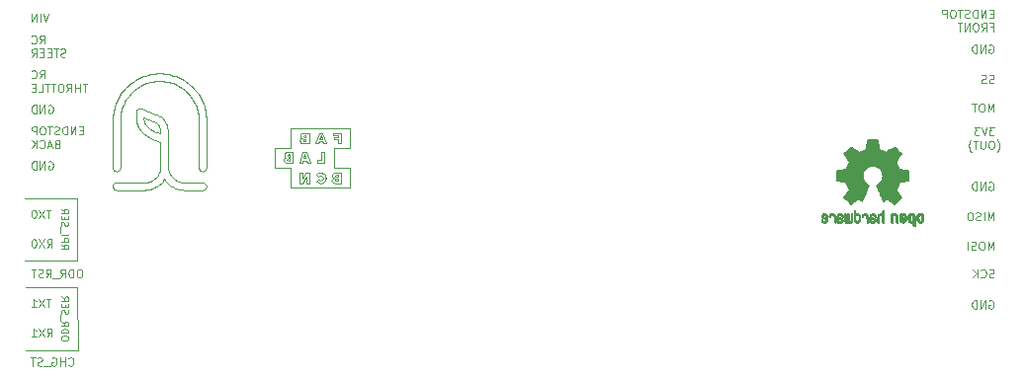
<source format=gbr>
%TF.GenerationSoftware,KiCad,Pcbnew,(5.1.10-1-10_14)*%
%TF.CreationDate,2021-07-05T16:23:29+02:00*%
%TF.ProjectId,cablebot_controller,6361626c-6562-46f7-945f-636f6e74726f,rev?*%
%TF.SameCoordinates,Original*%
%TF.FileFunction,Legend,Bot*%
%TF.FilePolarity,Positive*%
%FSLAX46Y46*%
G04 Gerber Fmt 4.6, Leading zero omitted, Abs format (unit mm)*
G04 Created by KiCad (PCBNEW (5.1.10-1-10_14)) date 2021-07-05 16:23:29*
%MOMM*%
%LPD*%
G01*
G04 APERTURE LIST*
%ADD10C,0.120000*%
%ADD11C,0.100000*%
%ADD12C,0.010000*%
G04 APERTURE END LIST*
D10*
X86825000Y-82900000D02*
X91275000Y-82900000D01*
X86800000Y-77550000D02*
X91250000Y-77550000D01*
X91250000Y-77550000D02*
X91275000Y-82900000D01*
D11*
X90478571Y-81942857D02*
X90478571Y-81828571D01*
X90450000Y-81771428D01*
X90392857Y-81714285D01*
X90278571Y-81685714D01*
X90078571Y-81685714D01*
X89964285Y-81714285D01*
X89907142Y-81771428D01*
X89878571Y-81828571D01*
X89878571Y-81942857D01*
X89907142Y-82000000D01*
X89964285Y-82057142D01*
X90078571Y-82085714D01*
X90278571Y-82085714D01*
X90392857Y-82057142D01*
X90450000Y-82000000D01*
X90478571Y-81942857D01*
X89878571Y-81428571D02*
X90478571Y-81428571D01*
X90478571Y-81285714D01*
X90450000Y-81200000D01*
X90392857Y-81142857D01*
X90335714Y-81114285D01*
X90221428Y-81085714D01*
X90135714Y-81085714D01*
X90021428Y-81114285D01*
X89964285Y-81142857D01*
X89907142Y-81200000D01*
X89878571Y-81285714D01*
X89878571Y-81428571D01*
X89878571Y-80485714D02*
X90164285Y-80685714D01*
X89878571Y-80828571D02*
X90478571Y-80828571D01*
X90478571Y-80600000D01*
X90450000Y-80542857D01*
X90421428Y-80514285D01*
X90364285Y-80485714D01*
X90278571Y-80485714D01*
X90221428Y-80514285D01*
X90192857Y-80542857D01*
X90164285Y-80600000D01*
X90164285Y-80828571D01*
X89821428Y-80371428D02*
X89821428Y-79914285D01*
X89907142Y-79800000D02*
X89878571Y-79714285D01*
X89878571Y-79571428D01*
X89907142Y-79514285D01*
X89935714Y-79485714D01*
X89992857Y-79457142D01*
X90050000Y-79457142D01*
X90107142Y-79485714D01*
X90135714Y-79514285D01*
X90164285Y-79571428D01*
X90192857Y-79685714D01*
X90221428Y-79742857D01*
X90250000Y-79771428D01*
X90307142Y-79800000D01*
X90364285Y-79800000D01*
X90421428Y-79771428D01*
X90450000Y-79742857D01*
X90478571Y-79685714D01*
X90478571Y-79542857D01*
X90450000Y-79457142D01*
X90192857Y-79200000D02*
X90192857Y-79000000D01*
X89878571Y-78914285D02*
X89878571Y-79200000D01*
X90478571Y-79200000D01*
X90478571Y-78914285D01*
X89878571Y-78314285D02*
X90164285Y-78514285D01*
X89878571Y-78657142D02*
X90478571Y-78657142D01*
X90478571Y-78428571D01*
X90450000Y-78371428D01*
X90421428Y-78342857D01*
X90364285Y-78314285D01*
X90278571Y-78314285D01*
X90221428Y-78342857D01*
X90192857Y-78371428D01*
X90164285Y-78428571D01*
X90164285Y-78657142D01*
D10*
X91250000Y-75200000D02*
X86775000Y-75200000D01*
X91225000Y-69850000D02*
X91250000Y-75200000D01*
X86775000Y-69850000D02*
X91225000Y-69850000D01*
D11*
X89853571Y-73842857D02*
X90139285Y-74042857D01*
X89853571Y-74185714D02*
X90453571Y-74185714D01*
X90453571Y-73957142D01*
X90425000Y-73900000D01*
X90396428Y-73871428D01*
X90339285Y-73842857D01*
X90253571Y-73842857D01*
X90196428Y-73871428D01*
X90167857Y-73900000D01*
X90139285Y-73957142D01*
X90139285Y-74185714D01*
X89853571Y-73585714D02*
X90453571Y-73585714D01*
X90453571Y-73357142D01*
X90425000Y-73300000D01*
X90396428Y-73271428D01*
X90339285Y-73242857D01*
X90253571Y-73242857D01*
X90196428Y-73271428D01*
X90167857Y-73300000D01*
X90139285Y-73357142D01*
X90139285Y-73585714D01*
X89853571Y-72985714D02*
X90453571Y-72985714D01*
X89796428Y-72842857D02*
X89796428Y-72385714D01*
X89882142Y-72271428D02*
X89853571Y-72185714D01*
X89853571Y-72042857D01*
X89882142Y-71985714D01*
X89910714Y-71957142D01*
X89967857Y-71928571D01*
X90025000Y-71928571D01*
X90082142Y-71957142D01*
X90110714Y-71985714D01*
X90139285Y-72042857D01*
X90167857Y-72157142D01*
X90196428Y-72214285D01*
X90225000Y-72242857D01*
X90282142Y-72271428D01*
X90339285Y-72271428D01*
X90396428Y-72242857D01*
X90425000Y-72214285D01*
X90453571Y-72157142D01*
X90453571Y-72014285D01*
X90425000Y-71928571D01*
X90167857Y-71671428D02*
X90167857Y-71471428D01*
X89853571Y-71385714D02*
X89853571Y-71671428D01*
X90453571Y-71671428D01*
X90453571Y-71385714D01*
X89853571Y-70785714D02*
X90139285Y-70985714D01*
X89853571Y-71128571D02*
X90453571Y-71128571D01*
X90453571Y-70900000D01*
X90425000Y-70842857D01*
X90396428Y-70814285D01*
X90339285Y-70785714D01*
X90253571Y-70785714D01*
X90196428Y-70814285D01*
X90167857Y-70842857D01*
X90139285Y-70900000D01*
X90139285Y-71128571D01*
X169701667Y-54025000D02*
X169468334Y-54025000D01*
X169368334Y-54391666D02*
X169701667Y-54391666D01*
X169701667Y-53691666D01*
X169368334Y-53691666D01*
X169068334Y-54391666D02*
X169068334Y-53691666D01*
X168668334Y-54391666D01*
X168668334Y-53691666D01*
X168335000Y-54391666D02*
X168335000Y-53691666D01*
X168168334Y-53691666D01*
X168068334Y-53725000D01*
X168001667Y-53791666D01*
X167968334Y-53858333D01*
X167935000Y-53991666D01*
X167935000Y-54091666D01*
X167968334Y-54225000D01*
X168001667Y-54291666D01*
X168068334Y-54358333D01*
X168168334Y-54391666D01*
X168335000Y-54391666D01*
X167668334Y-54358333D02*
X167568334Y-54391666D01*
X167401667Y-54391666D01*
X167335000Y-54358333D01*
X167301667Y-54325000D01*
X167268334Y-54258333D01*
X167268334Y-54191666D01*
X167301667Y-54125000D01*
X167335000Y-54091666D01*
X167401667Y-54058333D01*
X167535000Y-54025000D01*
X167601667Y-53991666D01*
X167635000Y-53958333D01*
X167668334Y-53891666D01*
X167668334Y-53825000D01*
X167635000Y-53758333D01*
X167601667Y-53725000D01*
X167535000Y-53691666D01*
X167368334Y-53691666D01*
X167268334Y-53725000D01*
X167068334Y-53691666D02*
X166668334Y-53691666D01*
X166868334Y-54391666D02*
X166868334Y-53691666D01*
X166301667Y-53691666D02*
X166168334Y-53691666D01*
X166101667Y-53725000D01*
X166035000Y-53791666D01*
X166001667Y-53925000D01*
X166001667Y-54158333D01*
X166035000Y-54291666D01*
X166101667Y-54358333D01*
X166168334Y-54391666D01*
X166301667Y-54391666D01*
X166368334Y-54358333D01*
X166435000Y-54291666D01*
X166468334Y-54158333D01*
X166468334Y-53925000D01*
X166435000Y-53791666D01*
X166368334Y-53725000D01*
X166301667Y-53691666D01*
X165701667Y-54391666D02*
X165701667Y-53691666D01*
X165435000Y-53691666D01*
X165368334Y-53725000D01*
X165335000Y-53758333D01*
X165301667Y-53825000D01*
X165301667Y-53925000D01*
X165335000Y-53991666D01*
X165368334Y-54025000D01*
X165435000Y-54058333D01*
X165701667Y-54058333D01*
X169468334Y-55175000D02*
X169701667Y-55175000D01*
X169701667Y-55541666D02*
X169701667Y-54841666D01*
X169368334Y-54841666D01*
X168701667Y-55541666D02*
X168935000Y-55208333D01*
X169101667Y-55541666D02*
X169101667Y-54841666D01*
X168835000Y-54841666D01*
X168768334Y-54875000D01*
X168735000Y-54908333D01*
X168701667Y-54975000D01*
X168701667Y-55075000D01*
X168735000Y-55141666D01*
X168768334Y-55175000D01*
X168835000Y-55208333D01*
X169101667Y-55208333D01*
X168268334Y-54841666D02*
X168135000Y-54841666D01*
X168068334Y-54875000D01*
X168001667Y-54941666D01*
X167968334Y-55075000D01*
X167968334Y-55308333D01*
X168001667Y-55441666D01*
X168068334Y-55508333D01*
X168135000Y-55541666D01*
X168268334Y-55541666D01*
X168335000Y-55508333D01*
X168401667Y-55441666D01*
X168435000Y-55308333D01*
X168435000Y-55075000D01*
X168401667Y-54941666D01*
X168335000Y-54875000D01*
X168268334Y-54841666D01*
X167668334Y-55541666D02*
X167668334Y-54841666D01*
X167268334Y-55541666D01*
X167268334Y-54841666D01*
X167035000Y-54841666D02*
X166635000Y-54841666D01*
X166835000Y-55541666D02*
X166835000Y-54841666D01*
X169750000Y-59983333D02*
X169650000Y-60016666D01*
X169483333Y-60016666D01*
X169416667Y-59983333D01*
X169383333Y-59950000D01*
X169350000Y-59883333D01*
X169350000Y-59816666D01*
X169383333Y-59750000D01*
X169416667Y-59716666D01*
X169483333Y-59683333D01*
X169616667Y-59650000D01*
X169683333Y-59616666D01*
X169716667Y-59583333D01*
X169750000Y-59516666D01*
X169750000Y-59450000D01*
X169716667Y-59383333D01*
X169683333Y-59350000D01*
X169616667Y-59316666D01*
X169450000Y-59316666D01*
X169350000Y-59350000D01*
X169083333Y-59983333D02*
X168983333Y-60016666D01*
X168816667Y-60016666D01*
X168750000Y-59983333D01*
X168716667Y-59950000D01*
X168683333Y-59883333D01*
X168683333Y-59816666D01*
X168716667Y-59750000D01*
X168750000Y-59716666D01*
X168816667Y-59683333D01*
X168950000Y-59650000D01*
X169016667Y-59616666D01*
X169050000Y-59583333D01*
X169083333Y-59516666D01*
X169083333Y-59450000D01*
X169050000Y-59383333D01*
X169016667Y-59350000D01*
X168950000Y-59316666D01*
X168783333Y-59316666D01*
X168683333Y-59350000D01*
X169716666Y-62466666D02*
X169716666Y-61766666D01*
X169483333Y-62266666D01*
X169250000Y-61766666D01*
X169250000Y-62466666D01*
X168783333Y-61766666D02*
X168650000Y-61766666D01*
X168583333Y-61800000D01*
X168516666Y-61866666D01*
X168483333Y-62000000D01*
X168483333Y-62233333D01*
X168516666Y-62366666D01*
X168583333Y-62433333D01*
X168650000Y-62466666D01*
X168783333Y-62466666D01*
X168850000Y-62433333D01*
X168916666Y-62366666D01*
X168950000Y-62233333D01*
X168950000Y-62000000D01*
X168916666Y-61866666D01*
X168850000Y-61800000D01*
X168783333Y-61766666D01*
X168283333Y-61766666D02*
X167883333Y-61766666D01*
X168083333Y-62466666D02*
X168083333Y-61766666D01*
X169783333Y-63791666D02*
X169350000Y-63791666D01*
X169583333Y-64058333D01*
X169483333Y-64058333D01*
X169416667Y-64091666D01*
X169383333Y-64125000D01*
X169350000Y-64191666D01*
X169350000Y-64358333D01*
X169383333Y-64425000D01*
X169416667Y-64458333D01*
X169483333Y-64491666D01*
X169683333Y-64491666D01*
X169750000Y-64458333D01*
X169783333Y-64425000D01*
X169150000Y-63791666D02*
X168916667Y-64491666D01*
X168683333Y-63791666D01*
X168516667Y-63791666D02*
X168083333Y-63791666D01*
X168316667Y-64058333D01*
X168216667Y-64058333D01*
X168150000Y-64091666D01*
X168116667Y-64125000D01*
X168083333Y-64191666D01*
X168083333Y-64358333D01*
X168116667Y-64425000D01*
X168150000Y-64458333D01*
X168216667Y-64491666D01*
X168416667Y-64491666D01*
X168483333Y-64458333D01*
X168516667Y-64425000D01*
X170016667Y-65908333D02*
X170050000Y-65875000D01*
X170116667Y-65775000D01*
X170150000Y-65708333D01*
X170183333Y-65608333D01*
X170216667Y-65441666D01*
X170216667Y-65308333D01*
X170183333Y-65141666D01*
X170150000Y-65041666D01*
X170116667Y-64975000D01*
X170050000Y-64875000D01*
X170016667Y-64841666D01*
X169616667Y-64941666D02*
X169483333Y-64941666D01*
X169416667Y-64975000D01*
X169350000Y-65041666D01*
X169316667Y-65175000D01*
X169316667Y-65408333D01*
X169350000Y-65541666D01*
X169416667Y-65608333D01*
X169483333Y-65641666D01*
X169616667Y-65641666D01*
X169683333Y-65608333D01*
X169750000Y-65541666D01*
X169783333Y-65408333D01*
X169783333Y-65175000D01*
X169750000Y-65041666D01*
X169683333Y-64975000D01*
X169616667Y-64941666D01*
X169016667Y-64941666D02*
X169016667Y-65508333D01*
X168983333Y-65575000D01*
X168950000Y-65608333D01*
X168883333Y-65641666D01*
X168750000Y-65641666D01*
X168683333Y-65608333D01*
X168650000Y-65575000D01*
X168616667Y-65508333D01*
X168616667Y-64941666D01*
X168383333Y-64941666D02*
X167983333Y-64941666D01*
X168183333Y-65641666D02*
X168183333Y-64941666D01*
X167816667Y-65908333D02*
X167783333Y-65875000D01*
X167716667Y-65775000D01*
X167683333Y-65708333D01*
X167650000Y-65608333D01*
X167616667Y-65441666D01*
X167616667Y-65308333D01*
X167650000Y-65141666D01*
X167683333Y-65041666D01*
X167716667Y-64975000D01*
X167783333Y-64875000D01*
X167816667Y-64841666D01*
X169750000Y-76658333D02*
X169650000Y-76691666D01*
X169483333Y-76691666D01*
X169416666Y-76658333D01*
X169383333Y-76625000D01*
X169350000Y-76558333D01*
X169350000Y-76491666D01*
X169383333Y-76425000D01*
X169416666Y-76391666D01*
X169483333Y-76358333D01*
X169616666Y-76325000D01*
X169683333Y-76291666D01*
X169716666Y-76258333D01*
X169750000Y-76191666D01*
X169750000Y-76125000D01*
X169716666Y-76058333D01*
X169683333Y-76025000D01*
X169616666Y-75991666D01*
X169450000Y-75991666D01*
X169350000Y-76025000D01*
X168650000Y-76625000D02*
X168683333Y-76658333D01*
X168783333Y-76691666D01*
X168850000Y-76691666D01*
X168950000Y-76658333D01*
X169016666Y-76591666D01*
X169050000Y-76525000D01*
X169083333Y-76391666D01*
X169083333Y-76291666D01*
X169050000Y-76158333D01*
X169016666Y-76091666D01*
X168950000Y-76025000D01*
X168850000Y-75991666D01*
X168783333Y-75991666D01*
X168683333Y-76025000D01*
X168650000Y-76058333D01*
X168350000Y-76691666D02*
X168350000Y-75991666D01*
X167950000Y-76691666D02*
X168250000Y-76291666D01*
X167950000Y-75991666D02*
X168350000Y-76391666D01*
X169716667Y-74291666D02*
X169716667Y-73591666D01*
X169483333Y-74091666D01*
X169250000Y-73591666D01*
X169250000Y-74291666D01*
X168783333Y-73591666D02*
X168650000Y-73591666D01*
X168583333Y-73625000D01*
X168516667Y-73691666D01*
X168483333Y-73825000D01*
X168483333Y-74058333D01*
X168516667Y-74191666D01*
X168583333Y-74258333D01*
X168650000Y-74291666D01*
X168783333Y-74291666D01*
X168850000Y-74258333D01*
X168916667Y-74191666D01*
X168950000Y-74058333D01*
X168950000Y-73825000D01*
X168916667Y-73691666D01*
X168850000Y-73625000D01*
X168783333Y-73591666D01*
X168216667Y-74258333D02*
X168116667Y-74291666D01*
X167950000Y-74291666D01*
X167883333Y-74258333D01*
X167850000Y-74225000D01*
X167816667Y-74158333D01*
X167816667Y-74091666D01*
X167850000Y-74025000D01*
X167883333Y-73991666D01*
X167950000Y-73958333D01*
X168083333Y-73925000D01*
X168150000Y-73891666D01*
X168183333Y-73858333D01*
X168216667Y-73791666D01*
X168216667Y-73725000D01*
X168183333Y-73658333D01*
X168150000Y-73625000D01*
X168083333Y-73591666D01*
X167916667Y-73591666D01*
X167816667Y-73625000D01*
X167516667Y-74291666D02*
X167516667Y-73591666D01*
X169716667Y-71791666D02*
X169716667Y-71091666D01*
X169483333Y-71591666D01*
X169250000Y-71091666D01*
X169250000Y-71791666D01*
X168916667Y-71791666D02*
X168916667Y-71091666D01*
X168616667Y-71758333D02*
X168516667Y-71791666D01*
X168350000Y-71791666D01*
X168283333Y-71758333D01*
X168250000Y-71725000D01*
X168216667Y-71658333D01*
X168216667Y-71591666D01*
X168250000Y-71525000D01*
X168283333Y-71491666D01*
X168350000Y-71458333D01*
X168483333Y-71425000D01*
X168550000Y-71391666D01*
X168583333Y-71358333D01*
X168616667Y-71291666D01*
X168616667Y-71225000D01*
X168583333Y-71158333D01*
X168550000Y-71125000D01*
X168483333Y-71091666D01*
X168316667Y-71091666D01*
X168216667Y-71125000D01*
X167783333Y-71091666D02*
X167650000Y-71091666D01*
X167583333Y-71125000D01*
X167516667Y-71191666D01*
X167483333Y-71325000D01*
X167483333Y-71558333D01*
X167516667Y-71691666D01*
X167583333Y-71758333D01*
X167650000Y-71791666D01*
X167783333Y-71791666D01*
X167850000Y-71758333D01*
X167916667Y-71691666D01*
X167950000Y-71558333D01*
X167950000Y-71325000D01*
X167916667Y-71191666D01*
X167850000Y-71125000D01*
X167783333Y-71091666D01*
X169350000Y-78675000D02*
X169416667Y-78641666D01*
X169516667Y-78641666D01*
X169616667Y-78675000D01*
X169683333Y-78741666D01*
X169716667Y-78808333D01*
X169750000Y-78941666D01*
X169750000Y-79041666D01*
X169716667Y-79175000D01*
X169683333Y-79241666D01*
X169616667Y-79308333D01*
X169516667Y-79341666D01*
X169450000Y-79341666D01*
X169350000Y-79308333D01*
X169316667Y-79275000D01*
X169316667Y-79041666D01*
X169450000Y-79041666D01*
X169016667Y-79341666D02*
X169016667Y-78641666D01*
X168616667Y-79341666D01*
X168616667Y-78641666D01*
X168283333Y-79341666D02*
X168283333Y-78641666D01*
X168116667Y-78641666D01*
X168016667Y-78675000D01*
X167950000Y-78741666D01*
X167916667Y-78808333D01*
X167883333Y-78941666D01*
X167883333Y-79041666D01*
X167916667Y-79175000D01*
X167950000Y-79241666D01*
X168016667Y-79308333D01*
X168116667Y-79341666D01*
X168283333Y-79341666D01*
X169350000Y-68525000D02*
X169416667Y-68491666D01*
X169516667Y-68491666D01*
X169616667Y-68525000D01*
X169683333Y-68591666D01*
X169716667Y-68658333D01*
X169750000Y-68791666D01*
X169750000Y-68891666D01*
X169716667Y-69025000D01*
X169683333Y-69091666D01*
X169616667Y-69158333D01*
X169516667Y-69191666D01*
X169450000Y-69191666D01*
X169350000Y-69158333D01*
X169316667Y-69125000D01*
X169316667Y-68891666D01*
X169450000Y-68891666D01*
X169016667Y-69191666D02*
X169016667Y-68491666D01*
X168616667Y-69191666D01*
X168616667Y-68491666D01*
X168283333Y-69191666D02*
X168283333Y-68491666D01*
X168116667Y-68491666D01*
X168016667Y-68525000D01*
X167950000Y-68591666D01*
X167916667Y-68658333D01*
X167883333Y-68791666D01*
X167883333Y-68891666D01*
X167916667Y-69025000D01*
X167950000Y-69091666D01*
X168016667Y-69158333D01*
X168116667Y-69191666D01*
X168283333Y-69191666D01*
X169350000Y-56750000D02*
X169416667Y-56716666D01*
X169516667Y-56716666D01*
X169616667Y-56750000D01*
X169683333Y-56816666D01*
X169716667Y-56883333D01*
X169750000Y-57016666D01*
X169750000Y-57116666D01*
X169716667Y-57250000D01*
X169683333Y-57316666D01*
X169616667Y-57383333D01*
X169516667Y-57416666D01*
X169450000Y-57416666D01*
X169350000Y-57383333D01*
X169316667Y-57350000D01*
X169316667Y-57116666D01*
X169450000Y-57116666D01*
X169016667Y-57416666D02*
X169016667Y-56716666D01*
X168616667Y-57416666D01*
X168616667Y-56716666D01*
X168283333Y-57416666D02*
X168283333Y-56716666D01*
X168116667Y-56716666D01*
X168016667Y-56750000D01*
X167950000Y-56816666D01*
X167916667Y-56883333D01*
X167883333Y-57016666D01*
X167883333Y-57116666D01*
X167916667Y-57250000D01*
X167950000Y-57316666D01*
X168016667Y-57383333D01*
X168116667Y-57416666D01*
X168283333Y-57416666D01*
X88783333Y-54066666D02*
X88550000Y-54766666D01*
X88316667Y-54066666D01*
X88083333Y-54766666D02*
X88083333Y-54066666D01*
X87750000Y-54766666D02*
X87750000Y-54066666D01*
X87350000Y-54766666D01*
X87350000Y-54066666D01*
X88783333Y-61920000D02*
X88850000Y-61886666D01*
X88950000Y-61886666D01*
X89050000Y-61920000D01*
X89116666Y-61986666D01*
X89150000Y-62053333D01*
X89183333Y-62186666D01*
X89183333Y-62286666D01*
X89150000Y-62420000D01*
X89116666Y-62486666D01*
X89050000Y-62553333D01*
X88950000Y-62586666D01*
X88883333Y-62586666D01*
X88783333Y-62553333D01*
X88750000Y-62520000D01*
X88750000Y-62286666D01*
X88883333Y-62286666D01*
X88450000Y-62586666D02*
X88450000Y-61886666D01*
X88050000Y-62586666D01*
X88050000Y-61886666D01*
X87716666Y-62586666D02*
X87716666Y-61886666D01*
X87550000Y-61886666D01*
X87450000Y-61920000D01*
X87383333Y-61986666D01*
X87350000Y-62053333D01*
X87316666Y-62186666D01*
X87316666Y-62286666D01*
X87350000Y-62420000D01*
X87383333Y-62486666D01*
X87450000Y-62553333D01*
X87550000Y-62586666D01*
X87716666Y-62586666D01*
X88783333Y-66750000D02*
X88850000Y-66716666D01*
X88950000Y-66716666D01*
X89050000Y-66750000D01*
X89116666Y-66816666D01*
X89150000Y-66883333D01*
X89183333Y-67016666D01*
X89183333Y-67116666D01*
X89150000Y-67250000D01*
X89116666Y-67316666D01*
X89050000Y-67383333D01*
X88950000Y-67416666D01*
X88883333Y-67416666D01*
X88783333Y-67383333D01*
X88750000Y-67350000D01*
X88750000Y-67116666D01*
X88883333Y-67116666D01*
X88450000Y-67416666D02*
X88450000Y-66716666D01*
X88050000Y-67416666D01*
X88050000Y-66716666D01*
X87716666Y-67416666D02*
X87716666Y-66716666D01*
X87550000Y-66716666D01*
X87450000Y-66750000D01*
X87383333Y-66816666D01*
X87350000Y-66883333D01*
X87316666Y-67016666D01*
X87316666Y-67116666D01*
X87350000Y-67250000D01*
X87383333Y-67316666D01*
X87450000Y-67383333D01*
X87550000Y-67416666D01*
X87716666Y-67416666D01*
X88031667Y-56606666D02*
X88265000Y-56273333D01*
X88431667Y-56606666D02*
X88431667Y-55906666D01*
X88165000Y-55906666D01*
X88098334Y-55940000D01*
X88065000Y-55973333D01*
X88031667Y-56040000D01*
X88031667Y-56140000D01*
X88065000Y-56206666D01*
X88098334Y-56240000D01*
X88165000Y-56273333D01*
X88431667Y-56273333D01*
X87331667Y-56540000D02*
X87365000Y-56573333D01*
X87465000Y-56606666D01*
X87531667Y-56606666D01*
X87631667Y-56573333D01*
X87698334Y-56506666D01*
X87731667Y-56440000D01*
X87765000Y-56306666D01*
X87765000Y-56206666D01*
X87731667Y-56073333D01*
X87698334Y-56006666D01*
X87631667Y-55940000D01*
X87531667Y-55906666D01*
X87465000Y-55906666D01*
X87365000Y-55940000D01*
X87331667Y-55973333D01*
X90231667Y-57723333D02*
X90131667Y-57756666D01*
X89965000Y-57756666D01*
X89898334Y-57723333D01*
X89865000Y-57690000D01*
X89831667Y-57623333D01*
X89831667Y-57556666D01*
X89865000Y-57490000D01*
X89898334Y-57456666D01*
X89965000Y-57423333D01*
X90098334Y-57390000D01*
X90165000Y-57356666D01*
X90198334Y-57323333D01*
X90231667Y-57256666D01*
X90231667Y-57190000D01*
X90198334Y-57123333D01*
X90165000Y-57090000D01*
X90098334Y-57056666D01*
X89931667Y-57056666D01*
X89831667Y-57090000D01*
X89631667Y-57056666D02*
X89231667Y-57056666D01*
X89431667Y-57756666D02*
X89431667Y-57056666D01*
X88998334Y-57390000D02*
X88765000Y-57390000D01*
X88665000Y-57756666D02*
X88998334Y-57756666D01*
X88998334Y-57056666D01*
X88665000Y-57056666D01*
X88365000Y-57390000D02*
X88131667Y-57390000D01*
X88031667Y-57756666D02*
X88365000Y-57756666D01*
X88365000Y-57056666D01*
X88031667Y-57056666D01*
X87331667Y-57756666D02*
X87565000Y-57423333D01*
X87731667Y-57756666D02*
X87731667Y-57056666D01*
X87465000Y-57056666D01*
X87398334Y-57090000D01*
X87365000Y-57123333D01*
X87331667Y-57190000D01*
X87331667Y-57290000D01*
X87365000Y-57356666D01*
X87398334Y-57390000D01*
X87465000Y-57423333D01*
X87731667Y-57423333D01*
X88031667Y-59596666D02*
X88265000Y-59263333D01*
X88431667Y-59596666D02*
X88431667Y-58896666D01*
X88165000Y-58896666D01*
X88098334Y-58930000D01*
X88065000Y-58963333D01*
X88031667Y-59030000D01*
X88031667Y-59130000D01*
X88065000Y-59196666D01*
X88098334Y-59230000D01*
X88165000Y-59263333D01*
X88431667Y-59263333D01*
X87331667Y-59530000D02*
X87365000Y-59563333D01*
X87465000Y-59596666D01*
X87531667Y-59596666D01*
X87631667Y-59563333D01*
X87698334Y-59496666D01*
X87731667Y-59430000D01*
X87765000Y-59296666D01*
X87765000Y-59196666D01*
X87731667Y-59063333D01*
X87698334Y-58996666D01*
X87631667Y-58930000D01*
X87531667Y-58896666D01*
X87465000Y-58896666D01*
X87365000Y-58930000D01*
X87331667Y-58963333D01*
X92098334Y-60046666D02*
X91698334Y-60046666D01*
X91898334Y-60746666D02*
X91898334Y-60046666D01*
X91465000Y-60746666D02*
X91465000Y-60046666D01*
X91465000Y-60380000D02*
X91065000Y-60380000D01*
X91065000Y-60746666D02*
X91065000Y-60046666D01*
X90331667Y-60746666D02*
X90565000Y-60413333D01*
X90731667Y-60746666D02*
X90731667Y-60046666D01*
X90465000Y-60046666D01*
X90398334Y-60080000D01*
X90365000Y-60113333D01*
X90331667Y-60180000D01*
X90331667Y-60280000D01*
X90365000Y-60346666D01*
X90398334Y-60380000D01*
X90465000Y-60413333D01*
X90731667Y-60413333D01*
X89898334Y-60046666D02*
X89765000Y-60046666D01*
X89698334Y-60080000D01*
X89631667Y-60146666D01*
X89598334Y-60280000D01*
X89598334Y-60513333D01*
X89631667Y-60646666D01*
X89698334Y-60713333D01*
X89765000Y-60746666D01*
X89898334Y-60746666D01*
X89965000Y-60713333D01*
X90031667Y-60646666D01*
X90065000Y-60513333D01*
X90065000Y-60280000D01*
X90031667Y-60146666D01*
X89965000Y-60080000D01*
X89898334Y-60046666D01*
X89398334Y-60046666D02*
X88998334Y-60046666D01*
X89198334Y-60746666D02*
X89198334Y-60046666D01*
X88865000Y-60046666D02*
X88465000Y-60046666D01*
X88665000Y-60746666D02*
X88665000Y-60046666D01*
X87898334Y-60746666D02*
X88231667Y-60746666D01*
X88231667Y-60046666D01*
X87665000Y-60380000D02*
X87431667Y-60380000D01*
X87331667Y-60746666D02*
X87665000Y-60746666D01*
X87665000Y-60046666D01*
X87331667Y-60046666D01*
X91508333Y-75968666D02*
X91375000Y-75968666D01*
X91308333Y-76002000D01*
X91241666Y-76068666D01*
X91208333Y-76202000D01*
X91208333Y-76435333D01*
X91241666Y-76568666D01*
X91308333Y-76635333D01*
X91375000Y-76668666D01*
X91508333Y-76668666D01*
X91575000Y-76635333D01*
X91641666Y-76568666D01*
X91675000Y-76435333D01*
X91675000Y-76202000D01*
X91641666Y-76068666D01*
X91575000Y-76002000D01*
X91508333Y-75968666D01*
X90908333Y-76668666D02*
X90908333Y-75968666D01*
X90741666Y-75968666D01*
X90641666Y-76002000D01*
X90575000Y-76068666D01*
X90541666Y-76135333D01*
X90508333Y-76268666D01*
X90508333Y-76368666D01*
X90541666Y-76502000D01*
X90575000Y-76568666D01*
X90641666Y-76635333D01*
X90741666Y-76668666D01*
X90908333Y-76668666D01*
X89808333Y-76668666D02*
X90041666Y-76335333D01*
X90208333Y-76668666D02*
X90208333Y-75968666D01*
X89941666Y-75968666D01*
X89875000Y-76002000D01*
X89841666Y-76035333D01*
X89808333Y-76102000D01*
X89808333Y-76202000D01*
X89841666Y-76268666D01*
X89875000Y-76302000D01*
X89941666Y-76335333D01*
X90208333Y-76335333D01*
X89675000Y-76735333D02*
X89141666Y-76735333D01*
X88575000Y-76668666D02*
X88808333Y-76335333D01*
X88975000Y-76668666D02*
X88975000Y-75968666D01*
X88708333Y-75968666D01*
X88641666Y-76002000D01*
X88608333Y-76035333D01*
X88575000Y-76102000D01*
X88575000Y-76202000D01*
X88608333Y-76268666D01*
X88641666Y-76302000D01*
X88708333Y-76335333D01*
X88975000Y-76335333D01*
X88308333Y-76635333D02*
X88208333Y-76668666D01*
X88041666Y-76668666D01*
X87975000Y-76635333D01*
X87941666Y-76602000D01*
X87908333Y-76535333D01*
X87908333Y-76468666D01*
X87941666Y-76402000D01*
X87975000Y-76368666D01*
X88041666Y-76335333D01*
X88175000Y-76302000D01*
X88241666Y-76268666D01*
X88275000Y-76235333D01*
X88308333Y-76168666D01*
X88308333Y-76102000D01*
X88275000Y-76035333D01*
X88241666Y-76002000D01*
X88175000Y-75968666D01*
X88008333Y-75968666D01*
X87908333Y-76002000D01*
X87708333Y-75968666D02*
X87308333Y-75968666D01*
X87508333Y-76668666D02*
X87508333Y-75968666D01*
X90483333Y-84180000D02*
X90516667Y-84213333D01*
X90616667Y-84246666D01*
X90683333Y-84246666D01*
X90783333Y-84213333D01*
X90850000Y-84146666D01*
X90883333Y-84080000D01*
X90916667Y-83946666D01*
X90916667Y-83846666D01*
X90883333Y-83713333D01*
X90850000Y-83646666D01*
X90783333Y-83580000D01*
X90683333Y-83546666D01*
X90616667Y-83546666D01*
X90516667Y-83580000D01*
X90483333Y-83613333D01*
X90183333Y-84246666D02*
X90183333Y-83546666D01*
X90183333Y-83880000D02*
X89783333Y-83880000D01*
X89783333Y-84246666D02*
X89783333Y-83546666D01*
X89083333Y-83580000D02*
X89150000Y-83546666D01*
X89250000Y-83546666D01*
X89350000Y-83580000D01*
X89416667Y-83646666D01*
X89450000Y-83713333D01*
X89483333Y-83846666D01*
X89483333Y-83946666D01*
X89450000Y-84080000D01*
X89416667Y-84146666D01*
X89350000Y-84213333D01*
X89250000Y-84246666D01*
X89183333Y-84246666D01*
X89083333Y-84213333D01*
X89050000Y-84180000D01*
X89050000Y-83946666D01*
X89183333Y-83946666D01*
X88916667Y-84313333D02*
X88383333Y-84313333D01*
X88250000Y-84213333D02*
X88150000Y-84246666D01*
X87983333Y-84246666D01*
X87916667Y-84213333D01*
X87883333Y-84180000D01*
X87850000Y-84113333D01*
X87850000Y-84046666D01*
X87883333Y-83980000D01*
X87916667Y-83946666D01*
X87983333Y-83913333D01*
X88116667Y-83880000D01*
X88183333Y-83846666D01*
X88216667Y-83813333D01*
X88250000Y-83746666D01*
X88250000Y-83680000D01*
X88216667Y-83613333D01*
X88183333Y-83580000D01*
X88116667Y-83546666D01*
X87950000Y-83546666D01*
X87850000Y-83580000D01*
X87650000Y-83546666D02*
X87250000Y-83546666D01*
X87450000Y-84246666D02*
X87450000Y-83546666D01*
X88650000Y-74092666D02*
X88883333Y-73759333D01*
X89050000Y-74092666D02*
X89050000Y-73392666D01*
X88783333Y-73392666D01*
X88716666Y-73426000D01*
X88683333Y-73459333D01*
X88650000Y-73526000D01*
X88650000Y-73626000D01*
X88683333Y-73692666D01*
X88716666Y-73726000D01*
X88783333Y-73759333D01*
X89050000Y-73759333D01*
X88416666Y-73392666D02*
X87950000Y-74092666D01*
X87950000Y-73392666D02*
X88416666Y-74092666D01*
X87550000Y-73392666D02*
X87483333Y-73392666D01*
X87416666Y-73426000D01*
X87383333Y-73459333D01*
X87350000Y-73526000D01*
X87316666Y-73659333D01*
X87316666Y-73826000D01*
X87350000Y-73959333D01*
X87383333Y-74026000D01*
X87416666Y-74059333D01*
X87483333Y-74092666D01*
X87550000Y-74092666D01*
X87616666Y-74059333D01*
X87650000Y-74026000D01*
X87683333Y-73959333D01*
X87716666Y-73826000D01*
X87716666Y-73659333D01*
X87683333Y-73526000D01*
X87650000Y-73459333D01*
X87616666Y-73426000D01*
X87550000Y-73392666D01*
X88983333Y-70866666D02*
X88583333Y-70866666D01*
X88783333Y-71566666D02*
X88783333Y-70866666D01*
X88416667Y-70866666D02*
X87950000Y-71566666D01*
X87950000Y-70866666D02*
X88416667Y-71566666D01*
X87550000Y-70866666D02*
X87483333Y-70866666D01*
X87416667Y-70900000D01*
X87383333Y-70933333D01*
X87350000Y-71000000D01*
X87316667Y-71133333D01*
X87316667Y-71300000D01*
X87350000Y-71433333D01*
X87383333Y-71500000D01*
X87416667Y-71533333D01*
X87483333Y-71566666D01*
X87550000Y-71566666D01*
X87616667Y-71533333D01*
X87650000Y-71500000D01*
X87683333Y-71433333D01*
X87716667Y-71300000D01*
X87716667Y-71133333D01*
X87683333Y-71000000D01*
X87650000Y-70933333D01*
X87616667Y-70900000D01*
X87550000Y-70866666D01*
X91731667Y-64060000D02*
X91498334Y-64060000D01*
X91398334Y-64426666D02*
X91731667Y-64426666D01*
X91731667Y-63726666D01*
X91398334Y-63726666D01*
X91098334Y-64426666D02*
X91098334Y-63726666D01*
X90698334Y-64426666D01*
X90698334Y-63726666D01*
X90365000Y-64426666D02*
X90365000Y-63726666D01*
X90198334Y-63726666D01*
X90098334Y-63760000D01*
X90031667Y-63826666D01*
X89998334Y-63893333D01*
X89965000Y-64026666D01*
X89965000Y-64126666D01*
X89998334Y-64260000D01*
X90031667Y-64326666D01*
X90098334Y-64393333D01*
X90198334Y-64426666D01*
X90365000Y-64426666D01*
X89698334Y-64393333D02*
X89598334Y-64426666D01*
X89431667Y-64426666D01*
X89365000Y-64393333D01*
X89331667Y-64360000D01*
X89298334Y-64293333D01*
X89298334Y-64226666D01*
X89331667Y-64160000D01*
X89365000Y-64126666D01*
X89431667Y-64093333D01*
X89565000Y-64060000D01*
X89631667Y-64026666D01*
X89665000Y-63993333D01*
X89698334Y-63926666D01*
X89698334Y-63860000D01*
X89665000Y-63793333D01*
X89631667Y-63760000D01*
X89565000Y-63726666D01*
X89398334Y-63726666D01*
X89298334Y-63760000D01*
X89098334Y-63726666D02*
X88698334Y-63726666D01*
X88898334Y-64426666D02*
X88898334Y-63726666D01*
X88331667Y-63726666D02*
X88198334Y-63726666D01*
X88131667Y-63760000D01*
X88065000Y-63826666D01*
X88031667Y-63960000D01*
X88031667Y-64193333D01*
X88065000Y-64326666D01*
X88131667Y-64393333D01*
X88198334Y-64426666D01*
X88331667Y-64426666D01*
X88398334Y-64393333D01*
X88465000Y-64326666D01*
X88498334Y-64193333D01*
X88498334Y-63960000D01*
X88465000Y-63826666D01*
X88398334Y-63760000D01*
X88331667Y-63726666D01*
X87731667Y-64426666D02*
X87731667Y-63726666D01*
X87465000Y-63726666D01*
X87398334Y-63760000D01*
X87365000Y-63793333D01*
X87331667Y-63860000D01*
X87331667Y-63960000D01*
X87365000Y-64026666D01*
X87398334Y-64060000D01*
X87465000Y-64093333D01*
X87731667Y-64093333D01*
X89498334Y-65210000D02*
X89398334Y-65243333D01*
X89365000Y-65276666D01*
X89331667Y-65343333D01*
X89331667Y-65443333D01*
X89365000Y-65510000D01*
X89398334Y-65543333D01*
X89465000Y-65576666D01*
X89731667Y-65576666D01*
X89731667Y-64876666D01*
X89498334Y-64876666D01*
X89431667Y-64910000D01*
X89398334Y-64943333D01*
X89365000Y-65010000D01*
X89365000Y-65076666D01*
X89398334Y-65143333D01*
X89431667Y-65176666D01*
X89498334Y-65210000D01*
X89731667Y-65210000D01*
X89065000Y-65376666D02*
X88731667Y-65376666D01*
X89131667Y-65576666D02*
X88898334Y-64876666D01*
X88665000Y-65576666D01*
X88031667Y-65510000D02*
X88065000Y-65543333D01*
X88165000Y-65576666D01*
X88231667Y-65576666D01*
X88331667Y-65543333D01*
X88398334Y-65476666D01*
X88431667Y-65410000D01*
X88465000Y-65276666D01*
X88465000Y-65176666D01*
X88431667Y-65043333D01*
X88398334Y-64976666D01*
X88331667Y-64910000D01*
X88231667Y-64876666D01*
X88165000Y-64876666D01*
X88065000Y-64910000D01*
X88031667Y-64943333D01*
X87731667Y-65576666D02*
X87731667Y-64876666D01*
X87331667Y-65576666D02*
X87631667Y-65176666D01*
X87331667Y-64876666D02*
X87731667Y-65276666D01*
X88650000Y-81745666D02*
X88883333Y-81412333D01*
X89050000Y-81745666D02*
X89050000Y-81045666D01*
X88783333Y-81045666D01*
X88716666Y-81079000D01*
X88683333Y-81112333D01*
X88650000Y-81179000D01*
X88650000Y-81279000D01*
X88683333Y-81345666D01*
X88716666Y-81379000D01*
X88783333Y-81412333D01*
X89050000Y-81412333D01*
X88416666Y-81045666D02*
X87950000Y-81745666D01*
X87950000Y-81045666D02*
X88416666Y-81745666D01*
X87316666Y-81745666D02*
X87716666Y-81745666D01*
X87516666Y-81745666D02*
X87516666Y-81045666D01*
X87583333Y-81145666D01*
X87650000Y-81212333D01*
X87716666Y-81245666D01*
X88983333Y-78519666D02*
X88583333Y-78519666D01*
X88783333Y-79219666D02*
X88783333Y-78519666D01*
X88416667Y-78519666D02*
X87950000Y-79219666D01*
X87950000Y-78519666D02*
X88416667Y-79219666D01*
X87316667Y-79219666D02*
X87716667Y-79219666D01*
X87516667Y-79219666D02*
X87516667Y-78519666D01*
X87583333Y-78619666D01*
X87650000Y-78686333D01*
X87716667Y-78719666D01*
D12*
%TO.C,OSH1*%
G36*
X162581114Y-71134505D02*
G01*
X162506461Y-71171727D01*
X162440569Y-71240261D01*
X162422423Y-71265648D01*
X162402655Y-71298866D01*
X162389828Y-71334945D01*
X162382490Y-71383098D01*
X162379187Y-71452536D01*
X162378462Y-71544206D01*
X162381737Y-71669830D01*
X162393123Y-71764154D01*
X162414959Y-71834523D01*
X162449581Y-71888286D01*
X162499330Y-71932788D01*
X162502986Y-71935423D01*
X162552015Y-71962377D01*
X162611055Y-71975712D01*
X162686141Y-71979000D01*
X162808205Y-71979000D01*
X162808256Y-72097497D01*
X162809392Y-72163492D01*
X162816314Y-72202202D01*
X162834402Y-72225419D01*
X162869038Y-72244933D01*
X162877355Y-72248920D01*
X162916280Y-72267603D01*
X162946417Y-72279403D01*
X162968826Y-72280422D01*
X162984567Y-72266761D01*
X162994698Y-72234522D01*
X163000277Y-72179804D01*
X163002365Y-72098711D01*
X163002019Y-71987344D01*
X163000300Y-71841802D01*
X162999763Y-71798269D01*
X162997828Y-71648205D01*
X162996096Y-71550042D01*
X162808308Y-71550042D01*
X162807252Y-71633364D01*
X162802562Y-71687880D01*
X162791949Y-71723837D01*
X162773128Y-71751482D01*
X162760350Y-71764965D01*
X162708110Y-71804417D01*
X162661858Y-71807628D01*
X162614133Y-71775049D01*
X162612923Y-71773846D01*
X162593506Y-71748668D01*
X162581693Y-71714447D01*
X162575735Y-71661748D01*
X162573880Y-71581131D01*
X162573846Y-71563271D01*
X162578330Y-71452175D01*
X162592926Y-71375161D01*
X162619350Y-71328147D01*
X162659317Y-71307050D01*
X162682416Y-71304923D01*
X162737238Y-71314900D01*
X162774842Y-71347752D01*
X162797477Y-71407857D01*
X162807394Y-71499598D01*
X162808308Y-71550042D01*
X162996096Y-71550042D01*
X162995778Y-71532060D01*
X162993127Y-71444679D01*
X162989394Y-71380905D01*
X162984093Y-71335582D01*
X162976742Y-71303555D01*
X162966857Y-71279668D01*
X162953954Y-71258764D01*
X162948421Y-71250898D01*
X162875031Y-71176595D01*
X162782240Y-71134467D01*
X162674904Y-71122722D01*
X162581114Y-71134505D01*
G37*
X162581114Y-71134505D02*
X162506461Y-71171727D01*
X162440569Y-71240261D01*
X162422423Y-71265648D01*
X162402655Y-71298866D01*
X162389828Y-71334945D01*
X162382490Y-71383098D01*
X162379187Y-71452536D01*
X162378462Y-71544206D01*
X162381737Y-71669830D01*
X162393123Y-71764154D01*
X162414959Y-71834523D01*
X162449581Y-71888286D01*
X162499330Y-71932788D01*
X162502986Y-71935423D01*
X162552015Y-71962377D01*
X162611055Y-71975712D01*
X162686141Y-71979000D01*
X162808205Y-71979000D01*
X162808256Y-72097497D01*
X162809392Y-72163492D01*
X162816314Y-72202202D01*
X162834402Y-72225419D01*
X162869038Y-72244933D01*
X162877355Y-72248920D01*
X162916280Y-72267603D01*
X162946417Y-72279403D01*
X162968826Y-72280422D01*
X162984567Y-72266761D01*
X162994698Y-72234522D01*
X163000277Y-72179804D01*
X163002365Y-72098711D01*
X163002019Y-71987344D01*
X163000300Y-71841802D01*
X162999763Y-71798269D01*
X162997828Y-71648205D01*
X162996096Y-71550042D01*
X162808308Y-71550042D01*
X162807252Y-71633364D01*
X162802562Y-71687880D01*
X162791949Y-71723837D01*
X162773128Y-71751482D01*
X162760350Y-71764965D01*
X162708110Y-71804417D01*
X162661858Y-71807628D01*
X162614133Y-71775049D01*
X162612923Y-71773846D01*
X162593506Y-71748668D01*
X162581693Y-71714447D01*
X162575735Y-71661748D01*
X162573880Y-71581131D01*
X162573846Y-71563271D01*
X162578330Y-71452175D01*
X162592926Y-71375161D01*
X162619350Y-71328147D01*
X162659317Y-71307050D01*
X162682416Y-71304923D01*
X162737238Y-71314900D01*
X162774842Y-71347752D01*
X162797477Y-71407857D01*
X162807394Y-71499598D01*
X162808308Y-71550042D01*
X162996096Y-71550042D01*
X162995778Y-71532060D01*
X162993127Y-71444679D01*
X162989394Y-71380905D01*
X162984093Y-71335582D01*
X162976742Y-71303555D01*
X162966857Y-71279668D01*
X162953954Y-71258764D01*
X162948421Y-71250898D01*
X162875031Y-71176595D01*
X162782240Y-71134467D01*
X162674904Y-71122722D01*
X162581114Y-71134505D01*
G36*
X161078336Y-71145089D02*
G01*
X161015633Y-71181358D01*
X160972039Y-71217358D01*
X160940155Y-71255075D01*
X160918190Y-71301199D01*
X160904351Y-71362421D01*
X160896847Y-71445431D01*
X160893883Y-71556919D01*
X160893539Y-71637062D01*
X160893539Y-71932065D01*
X161059615Y-72006515D01*
X161069385Y-71683402D01*
X161073421Y-71562729D01*
X161077656Y-71475141D01*
X161082903Y-71414650D01*
X161089975Y-71375268D01*
X161099689Y-71351007D01*
X161112856Y-71335880D01*
X161117081Y-71332606D01*
X161181091Y-71307034D01*
X161245792Y-71317153D01*
X161284308Y-71344000D01*
X161299975Y-71363024D01*
X161310820Y-71387988D01*
X161317712Y-71425834D01*
X161321521Y-71483502D01*
X161323117Y-71567935D01*
X161323385Y-71655928D01*
X161323437Y-71766323D01*
X161325328Y-71844463D01*
X161331655Y-71897165D01*
X161345017Y-71931242D01*
X161368015Y-71953511D01*
X161403246Y-71970787D01*
X161450303Y-71988738D01*
X161501697Y-72008278D01*
X161495579Y-71661485D01*
X161493116Y-71536468D01*
X161490233Y-71444082D01*
X161486102Y-71377881D01*
X161479893Y-71331420D01*
X161470774Y-71298256D01*
X161457917Y-71271944D01*
X161442416Y-71248729D01*
X161367629Y-71174569D01*
X161276372Y-71131684D01*
X161177117Y-71121412D01*
X161078336Y-71145089D01*
G37*
X161078336Y-71145089D02*
X161015633Y-71181358D01*
X160972039Y-71217358D01*
X160940155Y-71255075D01*
X160918190Y-71301199D01*
X160904351Y-71362421D01*
X160896847Y-71445431D01*
X160893883Y-71556919D01*
X160893539Y-71637062D01*
X160893539Y-71932065D01*
X161059615Y-72006515D01*
X161069385Y-71683402D01*
X161073421Y-71562729D01*
X161077656Y-71475141D01*
X161082903Y-71414650D01*
X161089975Y-71375268D01*
X161099689Y-71351007D01*
X161112856Y-71335880D01*
X161117081Y-71332606D01*
X161181091Y-71307034D01*
X161245792Y-71317153D01*
X161284308Y-71344000D01*
X161299975Y-71363024D01*
X161310820Y-71387988D01*
X161317712Y-71425834D01*
X161321521Y-71483502D01*
X161323117Y-71567935D01*
X161323385Y-71655928D01*
X161323437Y-71766323D01*
X161325328Y-71844463D01*
X161331655Y-71897165D01*
X161345017Y-71931242D01*
X161368015Y-71953511D01*
X161403246Y-71970787D01*
X161450303Y-71988738D01*
X161501697Y-72008278D01*
X161495579Y-71661485D01*
X161493116Y-71536468D01*
X161490233Y-71444082D01*
X161486102Y-71377881D01*
X161479893Y-71331420D01*
X161470774Y-71298256D01*
X161457917Y-71271944D01*
X161442416Y-71248729D01*
X161367629Y-71174569D01*
X161276372Y-71131684D01*
X161177117Y-71121412D01*
X161078336Y-71145089D01*
G36*
X163333114Y-71137256D02*
G01*
X163241536Y-71185409D01*
X163173951Y-71262905D01*
X163149943Y-71312727D01*
X163131262Y-71387533D01*
X163121699Y-71482052D01*
X163120792Y-71585210D01*
X163128079Y-71685935D01*
X163143097Y-71773153D01*
X163165385Y-71835791D01*
X163172235Y-71846579D01*
X163253368Y-71927105D01*
X163349734Y-71975336D01*
X163454299Y-71989450D01*
X163560032Y-71967629D01*
X163589457Y-71954547D01*
X163646759Y-71914231D01*
X163697050Y-71860775D01*
X163701803Y-71853995D01*
X163721122Y-71821321D01*
X163733892Y-71786394D01*
X163741436Y-71740414D01*
X163745076Y-71674584D01*
X163746135Y-71580105D01*
X163746154Y-71558923D01*
X163746106Y-71552182D01*
X163550769Y-71552182D01*
X163549632Y-71641349D01*
X163545159Y-71700520D01*
X163535754Y-71738741D01*
X163519824Y-71765053D01*
X163511692Y-71773846D01*
X163464942Y-71807261D01*
X163419553Y-71805737D01*
X163373660Y-71776752D01*
X163346288Y-71745809D01*
X163330077Y-71700643D01*
X163320974Y-71629420D01*
X163320349Y-71621114D01*
X163318796Y-71492037D01*
X163335035Y-71396172D01*
X163368848Y-71334107D01*
X163420016Y-71306432D01*
X163438280Y-71304923D01*
X163486240Y-71312513D01*
X163519047Y-71338808D01*
X163539105Y-71389095D01*
X163548822Y-71468664D01*
X163550769Y-71552182D01*
X163746106Y-71552182D01*
X163745426Y-71458249D01*
X163742371Y-71387906D01*
X163735678Y-71339163D01*
X163724040Y-71303288D01*
X163706147Y-71271548D01*
X163702192Y-71265648D01*
X163635733Y-71186104D01*
X163563315Y-71139929D01*
X163475151Y-71121599D01*
X163445213Y-71120703D01*
X163333114Y-71137256D01*
G37*
X163333114Y-71137256D02*
X163241536Y-71185409D01*
X163173951Y-71262905D01*
X163149943Y-71312727D01*
X163131262Y-71387533D01*
X163121699Y-71482052D01*
X163120792Y-71585210D01*
X163128079Y-71685935D01*
X163143097Y-71773153D01*
X163165385Y-71835791D01*
X163172235Y-71846579D01*
X163253368Y-71927105D01*
X163349734Y-71975336D01*
X163454299Y-71989450D01*
X163560032Y-71967629D01*
X163589457Y-71954547D01*
X163646759Y-71914231D01*
X163697050Y-71860775D01*
X163701803Y-71853995D01*
X163721122Y-71821321D01*
X163733892Y-71786394D01*
X163741436Y-71740414D01*
X163745076Y-71674584D01*
X163746135Y-71580105D01*
X163746154Y-71558923D01*
X163746106Y-71552182D01*
X163550769Y-71552182D01*
X163549632Y-71641349D01*
X163545159Y-71700520D01*
X163535754Y-71738741D01*
X163519824Y-71765053D01*
X163511692Y-71773846D01*
X163464942Y-71807261D01*
X163419553Y-71805737D01*
X163373660Y-71776752D01*
X163346288Y-71745809D01*
X163330077Y-71700643D01*
X163320974Y-71629420D01*
X163320349Y-71621114D01*
X163318796Y-71492037D01*
X163335035Y-71396172D01*
X163368848Y-71334107D01*
X163420016Y-71306432D01*
X163438280Y-71304923D01*
X163486240Y-71312513D01*
X163519047Y-71338808D01*
X163539105Y-71389095D01*
X163548822Y-71468664D01*
X163550769Y-71552182D01*
X163746106Y-71552182D01*
X163745426Y-71458249D01*
X163742371Y-71387906D01*
X163735678Y-71339163D01*
X163724040Y-71303288D01*
X163706147Y-71271548D01*
X163702192Y-71265648D01*
X163635733Y-71186104D01*
X163563315Y-71139929D01*
X163475151Y-71121599D01*
X163445213Y-71120703D01*
X163333114Y-71137256D01*
G36*
X161815746Y-71149745D02*
G01*
X161738714Y-71201567D01*
X161679184Y-71276412D01*
X161643622Y-71371654D01*
X161636429Y-71441756D01*
X161637246Y-71471009D01*
X161644086Y-71493407D01*
X161662888Y-71513474D01*
X161699592Y-71535733D01*
X161760138Y-71564709D01*
X161850466Y-71604927D01*
X161850923Y-71605129D01*
X161934067Y-71643210D01*
X162002247Y-71677025D01*
X162048495Y-71702933D01*
X162065842Y-71717295D01*
X162065846Y-71717411D01*
X162050557Y-71748685D01*
X162014804Y-71783157D01*
X161973758Y-71807990D01*
X161952963Y-71812923D01*
X161896230Y-71795862D01*
X161847373Y-71753133D01*
X161823535Y-71706155D01*
X161800603Y-71671522D01*
X161755682Y-71632081D01*
X161702877Y-71598009D01*
X161656290Y-71579480D01*
X161646548Y-71578462D01*
X161635582Y-71595215D01*
X161634921Y-71638039D01*
X161642980Y-71695781D01*
X161658173Y-71757289D01*
X161678914Y-71811409D01*
X161679962Y-71813510D01*
X161742379Y-71900660D01*
X161823274Y-71959939D01*
X161915144Y-71989034D01*
X162010487Y-71985634D01*
X162101802Y-71947428D01*
X162105862Y-71944741D01*
X162177694Y-71879642D01*
X162224927Y-71794705D01*
X162251066Y-71683021D01*
X162254574Y-71651643D01*
X162260787Y-71503536D01*
X162253339Y-71434468D01*
X162065846Y-71434468D01*
X162063410Y-71477552D01*
X162050086Y-71490126D01*
X162016868Y-71480719D01*
X161964506Y-71458483D01*
X161905976Y-71430610D01*
X161904521Y-71429872D01*
X161854911Y-71403777D01*
X161835000Y-71386363D01*
X161839910Y-71368107D01*
X161860584Y-71344120D01*
X161913181Y-71309406D01*
X161969823Y-71306856D01*
X162020631Y-71332119D01*
X162055724Y-71380847D01*
X162065846Y-71434468D01*
X162253339Y-71434468D01*
X162248008Y-71385036D01*
X162215222Y-71291055D01*
X162169579Y-71225215D01*
X162087198Y-71158681D01*
X161996454Y-71125676D01*
X161903815Y-71123573D01*
X161815746Y-71149745D01*
G37*
X161815746Y-71149745D02*
X161738714Y-71201567D01*
X161679184Y-71276412D01*
X161643622Y-71371654D01*
X161636429Y-71441756D01*
X161637246Y-71471009D01*
X161644086Y-71493407D01*
X161662888Y-71513474D01*
X161699592Y-71535733D01*
X161760138Y-71564709D01*
X161850466Y-71604927D01*
X161850923Y-71605129D01*
X161934067Y-71643210D01*
X162002247Y-71677025D01*
X162048495Y-71702933D01*
X162065842Y-71717295D01*
X162065846Y-71717411D01*
X162050557Y-71748685D01*
X162014804Y-71783157D01*
X161973758Y-71807990D01*
X161952963Y-71812923D01*
X161896230Y-71795862D01*
X161847373Y-71753133D01*
X161823535Y-71706155D01*
X161800603Y-71671522D01*
X161755682Y-71632081D01*
X161702877Y-71598009D01*
X161656290Y-71579480D01*
X161646548Y-71578462D01*
X161635582Y-71595215D01*
X161634921Y-71638039D01*
X161642980Y-71695781D01*
X161658173Y-71757289D01*
X161678914Y-71811409D01*
X161679962Y-71813510D01*
X161742379Y-71900660D01*
X161823274Y-71959939D01*
X161915144Y-71989034D01*
X162010487Y-71985634D01*
X162101802Y-71947428D01*
X162105862Y-71944741D01*
X162177694Y-71879642D01*
X162224927Y-71794705D01*
X162251066Y-71683021D01*
X162254574Y-71651643D01*
X162260787Y-71503536D01*
X162253339Y-71434468D01*
X162065846Y-71434468D01*
X162063410Y-71477552D01*
X162050086Y-71490126D01*
X162016868Y-71480719D01*
X161964506Y-71458483D01*
X161905976Y-71430610D01*
X161904521Y-71429872D01*
X161854911Y-71403777D01*
X161835000Y-71386363D01*
X161839910Y-71368107D01*
X161860584Y-71344120D01*
X161913181Y-71309406D01*
X161969823Y-71306856D01*
X162020631Y-71332119D01*
X162055724Y-71380847D01*
X162065846Y-71434468D01*
X162253339Y-71434468D01*
X162248008Y-71385036D01*
X162215222Y-71291055D01*
X162169579Y-71225215D01*
X162087198Y-71158681D01*
X161996454Y-71125676D01*
X161903815Y-71123573D01*
X161815746Y-71149745D01*
G36*
X160190154Y-71042120D02*
G01*
X160184428Y-71121980D01*
X160177851Y-71169039D01*
X160168738Y-71189566D01*
X160155402Y-71189829D01*
X160151077Y-71187378D01*
X160093556Y-71169636D01*
X160018732Y-71170672D01*
X159942661Y-71188910D01*
X159895082Y-71212505D01*
X159846298Y-71250198D01*
X159810636Y-71292855D01*
X159786155Y-71347057D01*
X159770913Y-71419384D01*
X159762970Y-71516419D01*
X159760384Y-71644742D01*
X159760338Y-71669358D01*
X159760308Y-71945870D01*
X159821839Y-71967320D01*
X159865541Y-71981912D01*
X159889518Y-71988706D01*
X159890223Y-71988769D01*
X159892585Y-71970345D01*
X159894594Y-71919526D01*
X159896099Y-71842993D01*
X159896947Y-71747430D01*
X159897077Y-71689329D01*
X159897349Y-71574771D01*
X159898748Y-71492667D01*
X159902151Y-71436393D01*
X159908433Y-71399326D01*
X159918471Y-71374844D01*
X159933139Y-71356325D01*
X159942298Y-71347406D01*
X160005211Y-71311466D01*
X160073864Y-71308775D01*
X160136152Y-71339170D01*
X160147671Y-71350144D01*
X160164567Y-71370779D01*
X160176286Y-71395256D01*
X160183767Y-71430647D01*
X160187946Y-71484026D01*
X160189763Y-71562466D01*
X160190154Y-71670617D01*
X160190154Y-71945870D01*
X160251685Y-71967320D01*
X160295387Y-71981912D01*
X160319364Y-71988706D01*
X160320070Y-71988769D01*
X160321874Y-71970069D01*
X160323500Y-71917322D01*
X160324883Y-71835557D01*
X160325958Y-71729805D01*
X160326660Y-71605094D01*
X160326923Y-71466455D01*
X160326923Y-70931806D01*
X160199923Y-70878236D01*
X160190154Y-71042120D01*
G37*
X160190154Y-71042120D02*
X160184428Y-71121980D01*
X160177851Y-71169039D01*
X160168738Y-71189566D01*
X160155402Y-71189829D01*
X160151077Y-71187378D01*
X160093556Y-71169636D01*
X160018732Y-71170672D01*
X159942661Y-71188910D01*
X159895082Y-71212505D01*
X159846298Y-71250198D01*
X159810636Y-71292855D01*
X159786155Y-71347057D01*
X159770913Y-71419384D01*
X159762970Y-71516419D01*
X159760384Y-71644742D01*
X159760338Y-71669358D01*
X159760308Y-71945870D01*
X159821839Y-71967320D01*
X159865541Y-71981912D01*
X159889518Y-71988706D01*
X159890223Y-71988769D01*
X159892585Y-71970345D01*
X159894594Y-71919526D01*
X159896099Y-71842993D01*
X159896947Y-71747430D01*
X159897077Y-71689329D01*
X159897349Y-71574771D01*
X159898748Y-71492667D01*
X159902151Y-71436393D01*
X159908433Y-71399326D01*
X159918471Y-71374844D01*
X159933139Y-71356325D01*
X159942298Y-71347406D01*
X160005211Y-71311466D01*
X160073864Y-71308775D01*
X160136152Y-71339170D01*
X160147671Y-71350144D01*
X160164567Y-71370779D01*
X160176286Y-71395256D01*
X160183767Y-71430647D01*
X160187946Y-71484026D01*
X160189763Y-71562466D01*
X160190154Y-71670617D01*
X160190154Y-71945870D01*
X160251685Y-71967320D01*
X160295387Y-71981912D01*
X160319364Y-71988706D01*
X160320070Y-71988769D01*
X160321874Y-71970069D01*
X160323500Y-71917322D01*
X160324883Y-71835557D01*
X160325958Y-71729805D01*
X160326660Y-71605094D01*
X160326923Y-71466455D01*
X160326923Y-70931806D01*
X160199923Y-70878236D01*
X160190154Y-71042120D01*
G36*
X159296499Y-71176303D02*
G01*
X159219940Y-71204733D01*
X159219064Y-71205279D01*
X159171715Y-71240127D01*
X159136759Y-71280852D01*
X159112175Y-71333925D01*
X159095938Y-71405814D01*
X159086025Y-71502992D01*
X159080414Y-71631928D01*
X159079923Y-71650298D01*
X159072859Y-71927287D01*
X159132305Y-71958028D01*
X159175319Y-71978802D01*
X159201290Y-71988646D01*
X159202491Y-71988769D01*
X159206986Y-71970606D01*
X159210556Y-71921612D01*
X159212752Y-71850031D01*
X159213231Y-71792068D01*
X159213242Y-71698170D01*
X159217534Y-71639203D01*
X159232497Y-71611079D01*
X159264518Y-71609706D01*
X159319986Y-71630998D01*
X159403731Y-71670136D01*
X159465311Y-71702643D01*
X159496983Y-71730845D01*
X159506294Y-71761582D01*
X159506308Y-71763104D01*
X159490943Y-71816054D01*
X159445453Y-71844660D01*
X159375834Y-71848803D01*
X159325687Y-71848084D01*
X159299246Y-71862527D01*
X159282757Y-71897218D01*
X159273267Y-71941416D01*
X159286943Y-71966493D01*
X159292093Y-71970082D01*
X159340575Y-71984496D01*
X159408469Y-71986537D01*
X159478388Y-71976983D01*
X159527932Y-71959522D01*
X159596430Y-71901364D01*
X159635366Y-71820408D01*
X159643077Y-71757160D01*
X159637193Y-71700111D01*
X159615899Y-71653542D01*
X159573735Y-71612181D01*
X159505241Y-71570755D01*
X159404956Y-71523993D01*
X159398846Y-71521350D01*
X159308510Y-71479617D01*
X159252765Y-71445391D01*
X159228871Y-71414635D01*
X159234087Y-71383311D01*
X159265672Y-71347383D01*
X159275117Y-71339116D01*
X159338383Y-71307058D01*
X159403936Y-71308407D01*
X159461028Y-71339838D01*
X159498907Y-71398024D01*
X159502426Y-71409446D01*
X159536700Y-71464837D01*
X159580191Y-71491518D01*
X159643077Y-71517960D01*
X159643077Y-71449548D01*
X159623948Y-71350110D01*
X159567169Y-71258902D01*
X159537622Y-71228389D01*
X159470458Y-71189228D01*
X159385044Y-71171500D01*
X159296499Y-71176303D01*
G37*
X159296499Y-71176303D02*
X159219940Y-71204733D01*
X159219064Y-71205279D01*
X159171715Y-71240127D01*
X159136759Y-71280852D01*
X159112175Y-71333925D01*
X159095938Y-71405814D01*
X159086025Y-71502992D01*
X159080414Y-71631928D01*
X159079923Y-71650298D01*
X159072859Y-71927287D01*
X159132305Y-71958028D01*
X159175319Y-71978802D01*
X159201290Y-71988646D01*
X159202491Y-71988769D01*
X159206986Y-71970606D01*
X159210556Y-71921612D01*
X159212752Y-71850031D01*
X159213231Y-71792068D01*
X159213242Y-71698170D01*
X159217534Y-71639203D01*
X159232497Y-71611079D01*
X159264518Y-71609706D01*
X159319986Y-71630998D01*
X159403731Y-71670136D01*
X159465311Y-71702643D01*
X159496983Y-71730845D01*
X159506294Y-71761582D01*
X159506308Y-71763104D01*
X159490943Y-71816054D01*
X159445453Y-71844660D01*
X159375834Y-71848803D01*
X159325687Y-71848084D01*
X159299246Y-71862527D01*
X159282757Y-71897218D01*
X159273267Y-71941416D01*
X159286943Y-71966493D01*
X159292093Y-71970082D01*
X159340575Y-71984496D01*
X159408469Y-71986537D01*
X159478388Y-71976983D01*
X159527932Y-71959522D01*
X159596430Y-71901364D01*
X159635366Y-71820408D01*
X159643077Y-71757160D01*
X159637193Y-71700111D01*
X159615899Y-71653542D01*
X159573735Y-71612181D01*
X159505241Y-71570755D01*
X159404956Y-71523993D01*
X159398846Y-71521350D01*
X159308510Y-71479617D01*
X159252765Y-71445391D01*
X159228871Y-71414635D01*
X159234087Y-71383311D01*
X159265672Y-71347383D01*
X159275117Y-71339116D01*
X159338383Y-71307058D01*
X159403936Y-71308407D01*
X159461028Y-71339838D01*
X159498907Y-71398024D01*
X159502426Y-71409446D01*
X159536700Y-71464837D01*
X159580191Y-71491518D01*
X159643077Y-71517960D01*
X159643077Y-71449548D01*
X159623948Y-71350110D01*
X159567169Y-71258902D01*
X159537622Y-71228389D01*
X159470458Y-71189228D01*
X159385044Y-71171500D01*
X159296499Y-71176303D01*
G36*
X158636638Y-71174670D02*
G01*
X158547883Y-71207421D01*
X158475978Y-71265350D01*
X158447856Y-71306128D01*
X158417198Y-71380954D01*
X158417835Y-71435058D01*
X158450013Y-71471446D01*
X158461919Y-71477633D01*
X158513325Y-71496925D01*
X158539578Y-71491982D01*
X158548470Y-71459587D01*
X158548923Y-71441692D01*
X158565203Y-71375859D01*
X158607635Y-71329807D01*
X158666612Y-71307564D01*
X158732525Y-71313161D01*
X158786105Y-71342229D01*
X158804202Y-71358810D01*
X158817029Y-71378925D01*
X158825694Y-71409332D01*
X158831304Y-71456788D01*
X158834965Y-71528050D01*
X158837785Y-71629875D01*
X158838516Y-71662115D01*
X158841180Y-71772410D01*
X158844208Y-71850036D01*
X158848750Y-71901396D01*
X158855954Y-71932890D01*
X158866967Y-71950920D01*
X158882940Y-71961888D01*
X158893166Y-71966733D01*
X158936594Y-71983301D01*
X158962158Y-71988769D01*
X158970605Y-71970507D01*
X158975761Y-71915296D01*
X158977654Y-71822499D01*
X158976311Y-71691478D01*
X158975893Y-71671269D01*
X158972942Y-71551733D01*
X158969452Y-71464449D01*
X158964486Y-71402591D01*
X158957107Y-71359336D01*
X158946376Y-71327860D01*
X158931355Y-71301339D01*
X158923498Y-71289975D01*
X158878447Y-71239692D01*
X158828060Y-71200581D01*
X158821892Y-71197167D01*
X158731542Y-71170212D01*
X158636638Y-71174670D01*
G37*
X158636638Y-71174670D02*
X158547883Y-71207421D01*
X158475978Y-71265350D01*
X158447856Y-71306128D01*
X158417198Y-71380954D01*
X158417835Y-71435058D01*
X158450013Y-71471446D01*
X158461919Y-71477633D01*
X158513325Y-71496925D01*
X158539578Y-71491982D01*
X158548470Y-71459587D01*
X158548923Y-71441692D01*
X158565203Y-71375859D01*
X158607635Y-71329807D01*
X158666612Y-71307564D01*
X158732525Y-71313161D01*
X158786105Y-71342229D01*
X158804202Y-71358810D01*
X158817029Y-71378925D01*
X158825694Y-71409332D01*
X158831304Y-71456788D01*
X158834965Y-71528050D01*
X158837785Y-71629875D01*
X158838516Y-71662115D01*
X158841180Y-71772410D01*
X158844208Y-71850036D01*
X158848750Y-71901396D01*
X158855954Y-71932890D01*
X158866967Y-71950920D01*
X158882940Y-71961888D01*
X158893166Y-71966733D01*
X158936594Y-71983301D01*
X158962158Y-71988769D01*
X158970605Y-71970507D01*
X158975761Y-71915296D01*
X158977654Y-71822499D01*
X158976311Y-71691478D01*
X158975893Y-71671269D01*
X158972942Y-71551733D01*
X158969452Y-71464449D01*
X158964486Y-71402591D01*
X158957107Y-71359336D01*
X158946376Y-71327860D01*
X158931355Y-71301339D01*
X158923498Y-71289975D01*
X158878447Y-71239692D01*
X158828060Y-71200581D01*
X158821892Y-71197167D01*
X158731542Y-71170212D01*
X158636638Y-71174670D01*
G36*
X157747919Y-71330289D02*
G01*
X157748167Y-71476320D01*
X157749128Y-71588655D01*
X157751206Y-71672678D01*
X157754807Y-71733769D01*
X157760335Y-71777309D01*
X157768196Y-71808679D01*
X157778793Y-71833262D01*
X157786818Y-71847294D01*
X157853272Y-71923388D01*
X157937530Y-71971084D01*
X158030751Y-71988199D01*
X158124100Y-71972546D01*
X158179688Y-71944418D01*
X158238043Y-71895760D01*
X158277814Y-71836333D01*
X158301810Y-71758507D01*
X158312839Y-71654652D01*
X158314401Y-71578462D01*
X158314191Y-71572986D01*
X158177692Y-71572986D01*
X158176859Y-71660355D01*
X158173039Y-71718192D01*
X158164254Y-71756029D01*
X158148526Y-71783398D01*
X158129734Y-71804042D01*
X158066625Y-71843890D01*
X157998863Y-71847295D01*
X157934821Y-71814025D01*
X157929836Y-71809517D01*
X157908561Y-71786067D01*
X157895221Y-71758166D01*
X157887999Y-71716641D01*
X157885077Y-71652316D01*
X157884615Y-71581200D01*
X157885617Y-71491858D01*
X157889762Y-71432258D01*
X157898764Y-71393089D01*
X157914333Y-71365040D01*
X157927098Y-71350144D01*
X157986400Y-71312575D01*
X158054699Y-71308057D01*
X158119890Y-71336753D01*
X158132472Y-71347406D01*
X158153889Y-71371063D01*
X158167256Y-71399251D01*
X158174434Y-71441245D01*
X158177281Y-71506319D01*
X158177692Y-71572986D01*
X158314191Y-71572986D01*
X158309678Y-71455765D01*
X158293638Y-71363577D01*
X158263472Y-71294269D01*
X158216371Y-71240211D01*
X158179688Y-71212505D01*
X158113010Y-71182572D01*
X158035728Y-71168678D01*
X157963890Y-71172397D01*
X157923692Y-71187400D01*
X157907918Y-71191670D01*
X157897450Y-71175750D01*
X157890144Y-71133089D01*
X157884615Y-71068106D01*
X157878563Y-70995732D01*
X157870156Y-70952187D01*
X157854859Y-70927287D01*
X157828136Y-70910845D01*
X157811346Y-70903564D01*
X157747846Y-70876963D01*
X157747919Y-71330289D01*
G37*
X157747919Y-71330289D02*
X157748167Y-71476320D01*
X157749128Y-71588655D01*
X157751206Y-71672678D01*
X157754807Y-71733769D01*
X157760335Y-71777309D01*
X157768196Y-71808679D01*
X157778793Y-71833262D01*
X157786818Y-71847294D01*
X157853272Y-71923388D01*
X157937530Y-71971084D01*
X158030751Y-71988199D01*
X158124100Y-71972546D01*
X158179688Y-71944418D01*
X158238043Y-71895760D01*
X158277814Y-71836333D01*
X158301810Y-71758507D01*
X158312839Y-71654652D01*
X158314401Y-71578462D01*
X158314191Y-71572986D01*
X158177692Y-71572986D01*
X158176859Y-71660355D01*
X158173039Y-71718192D01*
X158164254Y-71756029D01*
X158148526Y-71783398D01*
X158129734Y-71804042D01*
X158066625Y-71843890D01*
X157998863Y-71847295D01*
X157934821Y-71814025D01*
X157929836Y-71809517D01*
X157908561Y-71786067D01*
X157895221Y-71758166D01*
X157887999Y-71716641D01*
X157885077Y-71652316D01*
X157884615Y-71581200D01*
X157885617Y-71491858D01*
X157889762Y-71432258D01*
X157898764Y-71393089D01*
X157914333Y-71365040D01*
X157927098Y-71350144D01*
X157986400Y-71312575D01*
X158054699Y-71308057D01*
X158119890Y-71336753D01*
X158132472Y-71347406D01*
X158153889Y-71371063D01*
X158167256Y-71399251D01*
X158174434Y-71441245D01*
X158177281Y-71506319D01*
X158177692Y-71572986D01*
X158314191Y-71572986D01*
X158309678Y-71455765D01*
X158293638Y-71363577D01*
X158263472Y-71294269D01*
X158216371Y-71240211D01*
X158179688Y-71212505D01*
X158113010Y-71182572D01*
X158035728Y-71168678D01*
X157963890Y-71172397D01*
X157923692Y-71187400D01*
X157907918Y-71191670D01*
X157897450Y-71175750D01*
X157890144Y-71133089D01*
X157884615Y-71068106D01*
X157878563Y-70995732D01*
X157870156Y-70952187D01*
X157854859Y-70927287D01*
X157828136Y-70910845D01*
X157811346Y-70903564D01*
X157747846Y-70876963D01*
X157747919Y-71330289D01*
G36*
X156954071Y-71186662D02*
G01*
X156951089Y-71238068D01*
X156948753Y-71316192D01*
X156947251Y-71414857D01*
X156946769Y-71518343D01*
X156946769Y-71868533D01*
X157008599Y-71930363D01*
X157051207Y-71968462D01*
X157088610Y-71983895D01*
X157139730Y-71982918D01*
X157160022Y-71980433D01*
X157223446Y-71973200D01*
X157275905Y-71969055D01*
X157288692Y-71968672D01*
X157331801Y-71971176D01*
X157393456Y-71977462D01*
X157417362Y-71980433D01*
X157476078Y-71985028D01*
X157515536Y-71975046D01*
X157554662Y-71944228D01*
X157568785Y-71930363D01*
X157630615Y-71868533D01*
X157630615Y-71213503D01*
X157580850Y-71190829D01*
X157537998Y-71174034D01*
X157512927Y-71168154D01*
X157506499Y-71186736D01*
X157500491Y-71238655D01*
X157495303Y-71318172D01*
X157491336Y-71419546D01*
X157489423Y-71505192D01*
X157484077Y-71842231D01*
X157437440Y-71848825D01*
X157395024Y-71844214D01*
X157374240Y-71829287D01*
X157368430Y-71801377D01*
X157363470Y-71741925D01*
X157359754Y-71658466D01*
X157357676Y-71558532D01*
X157357376Y-71507104D01*
X157357077Y-71211054D01*
X157295546Y-71189604D01*
X157251996Y-71175020D01*
X157228306Y-71168219D01*
X157227623Y-71168154D01*
X157225246Y-71186642D01*
X157222634Y-71237906D01*
X157220005Y-71315649D01*
X157217579Y-71413574D01*
X157215885Y-71505192D01*
X157210539Y-71842231D01*
X157093308Y-71842231D01*
X157087928Y-71534746D01*
X157082549Y-71227261D01*
X157025399Y-71197707D01*
X156983203Y-71177413D01*
X156958230Y-71168204D01*
X156957509Y-71168154D01*
X156954071Y-71186662D01*
G37*
X156954071Y-71186662D02*
X156951089Y-71238068D01*
X156948753Y-71316192D01*
X156947251Y-71414857D01*
X156946769Y-71518343D01*
X156946769Y-71868533D01*
X157008599Y-71930363D01*
X157051207Y-71968462D01*
X157088610Y-71983895D01*
X157139730Y-71982918D01*
X157160022Y-71980433D01*
X157223446Y-71973200D01*
X157275905Y-71969055D01*
X157288692Y-71968672D01*
X157331801Y-71971176D01*
X157393456Y-71977462D01*
X157417362Y-71980433D01*
X157476078Y-71985028D01*
X157515536Y-71975046D01*
X157554662Y-71944228D01*
X157568785Y-71930363D01*
X157630615Y-71868533D01*
X157630615Y-71213503D01*
X157580850Y-71190829D01*
X157537998Y-71174034D01*
X157512927Y-71168154D01*
X157506499Y-71186736D01*
X157500491Y-71238655D01*
X157495303Y-71318172D01*
X157491336Y-71419546D01*
X157489423Y-71505192D01*
X157484077Y-71842231D01*
X157437440Y-71848825D01*
X157395024Y-71844214D01*
X157374240Y-71829287D01*
X157368430Y-71801377D01*
X157363470Y-71741925D01*
X157359754Y-71658466D01*
X157357676Y-71558532D01*
X157357376Y-71507104D01*
X157357077Y-71211054D01*
X157295546Y-71189604D01*
X157251996Y-71175020D01*
X157228306Y-71168219D01*
X157227623Y-71168154D01*
X157225246Y-71186642D01*
X157222634Y-71237906D01*
X157220005Y-71315649D01*
X157217579Y-71413574D01*
X157215885Y-71505192D01*
X157210539Y-71842231D01*
X157093308Y-71842231D01*
X157087928Y-71534746D01*
X157082549Y-71227261D01*
X157025399Y-71197707D01*
X156983203Y-71177413D01*
X156958230Y-71168204D01*
X156957509Y-71168154D01*
X156954071Y-71186662D01*
G36*
X156462667Y-71183528D02*
G01*
X156406410Y-71209117D01*
X156362253Y-71240124D01*
X156329899Y-71274795D01*
X156307562Y-71319520D01*
X156293454Y-71380692D01*
X156285789Y-71464701D01*
X156282780Y-71577940D01*
X156282462Y-71652509D01*
X156282462Y-71943420D01*
X156332227Y-71966095D01*
X156371424Y-71982667D01*
X156390843Y-71988769D01*
X156394558Y-71970610D01*
X156397505Y-71921648D01*
X156399309Y-71850153D01*
X156399692Y-71793385D01*
X156401339Y-71711371D01*
X156405778Y-71646309D01*
X156412260Y-71606467D01*
X156417410Y-71598000D01*
X156452023Y-71606646D01*
X156506360Y-71628823D01*
X156569278Y-71658886D01*
X156629632Y-71691192D01*
X156676279Y-71720098D01*
X156698074Y-71739961D01*
X156698161Y-71740175D01*
X156696286Y-71776935D01*
X156679475Y-71812026D01*
X156649961Y-71840528D01*
X156606884Y-71850061D01*
X156570068Y-71848950D01*
X156517926Y-71848133D01*
X156490556Y-71860349D01*
X156474118Y-71892624D01*
X156472045Y-71898710D01*
X156464919Y-71944739D01*
X156483976Y-71972687D01*
X156533647Y-71986007D01*
X156587303Y-71988470D01*
X156683858Y-71970210D01*
X156733841Y-71944131D01*
X156795571Y-71882868D01*
X156828310Y-71807670D01*
X156831247Y-71728211D01*
X156803576Y-71654167D01*
X156761953Y-71607769D01*
X156720396Y-71581793D01*
X156655078Y-71548907D01*
X156578962Y-71515557D01*
X156566274Y-71510461D01*
X156482667Y-71473565D01*
X156434470Y-71441046D01*
X156418970Y-71408718D01*
X156433450Y-71372394D01*
X156458308Y-71344000D01*
X156517061Y-71309039D01*
X156581707Y-71306417D01*
X156640992Y-71333358D01*
X156683661Y-71387088D01*
X156689261Y-71400950D01*
X156721867Y-71451936D01*
X156769470Y-71489787D01*
X156829539Y-71520850D01*
X156829539Y-71432768D01*
X156826003Y-71378951D01*
X156810844Y-71336534D01*
X156777232Y-71291279D01*
X156744965Y-71256420D01*
X156694791Y-71207062D01*
X156655807Y-71180547D01*
X156613936Y-71169911D01*
X156566540Y-71168154D01*
X156462667Y-71183528D01*
G37*
X156462667Y-71183528D02*
X156406410Y-71209117D01*
X156362253Y-71240124D01*
X156329899Y-71274795D01*
X156307562Y-71319520D01*
X156293454Y-71380692D01*
X156285789Y-71464701D01*
X156282780Y-71577940D01*
X156282462Y-71652509D01*
X156282462Y-71943420D01*
X156332227Y-71966095D01*
X156371424Y-71982667D01*
X156390843Y-71988769D01*
X156394558Y-71970610D01*
X156397505Y-71921648D01*
X156399309Y-71850153D01*
X156399692Y-71793385D01*
X156401339Y-71711371D01*
X156405778Y-71646309D01*
X156412260Y-71606467D01*
X156417410Y-71598000D01*
X156452023Y-71606646D01*
X156506360Y-71628823D01*
X156569278Y-71658886D01*
X156629632Y-71691192D01*
X156676279Y-71720098D01*
X156698074Y-71739961D01*
X156698161Y-71740175D01*
X156696286Y-71776935D01*
X156679475Y-71812026D01*
X156649961Y-71840528D01*
X156606884Y-71850061D01*
X156570068Y-71848950D01*
X156517926Y-71848133D01*
X156490556Y-71860349D01*
X156474118Y-71892624D01*
X156472045Y-71898710D01*
X156464919Y-71944739D01*
X156483976Y-71972687D01*
X156533647Y-71986007D01*
X156587303Y-71988470D01*
X156683858Y-71970210D01*
X156733841Y-71944131D01*
X156795571Y-71882868D01*
X156828310Y-71807670D01*
X156831247Y-71728211D01*
X156803576Y-71654167D01*
X156761953Y-71607769D01*
X156720396Y-71581793D01*
X156655078Y-71548907D01*
X156578962Y-71515557D01*
X156566274Y-71510461D01*
X156482667Y-71473565D01*
X156434470Y-71441046D01*
X156418970Y-71408718D01*
X156433450Y-71372394D01*
X156458308Y-71344000D01*
X156517061Y-71309039D01*
X156581707Y-71306417D01*
X156640992Y-71333358D01*
X156683661Y-71387088D01*
X156689261Y-71400950D01*
X156721867Y-71451936D01*
X156769470Y-71489787D01*
X156829539Y-71520850D01*
X156829539Y-71432768D01*
X156826003Y-71378951D01*
X156810844Y-71336534D01*
X156777232Y-71291279D01*
X156744965Y-71256420D01*
X156694791Y-71207062D01*
X156655807Y-71180547D01*
X156613936Y-71169911D01*
X156566540Y-71168154D01*
X156462667Y-71183528D01*
G36*
X155779193Y-71186782D02*
G01*
X155755839Y-71196988D01*
X155700098Y-71241134D01*
X155652431Y-71304967D01*
X155622952Y-71373087D01*
X155618154Y-71406670D01*
X155634240Y-71453556D01*
X155669525Y-71478365D01*
X155707356Y-71493387D01*
X155724679Y-71496155D01*
X155733114Y-71476066D01*
X155749770Y-71432351D01*
X155757077Y-71412598D01*
X155798052Y-71344271D01*
X155857378Y-71310191D01*
X155933448Y-71311239D01*
X155939082Y-71312581D01*
X155979695Y-71331836D01*
X156009552Y-71369375D01*
X156029945Y-71429809D01*
X156042164Y-71517751D01*
X156047500Y-71637813D01*
X156048000Y-71701698D01*
X156048248Y-71802403D01*
X156049874Y-71871054D01*
X156054199Y-71914673D01*
X156062546Y-71940282D01*
X156076235Y-71954903D01*
X156096589Y-71965558D01*
X156097766Y-71966095D01*
X156136962Y-71982667D01*
X156156381Y-71988769D01*
X156159365Y-71970319D01*
X156161919Y-71919323D01*
X156163860Y-71842308D01*
X156165003Y-71745805D01*
X156165231Y-71675184D01*
X156164068Y-71538525D01*
X156159521Y-71434851D01*
X156150001Y-71358108D01*
X156133919Y-71302246D01*
X156109687Y-71261212D01*
X156075714Y-71228954D01*
X156042167Y-71206440D01*
X155961501Y-71176476D01*
X155867619Y-71169718D01*
X155779193Y-71186782D01*
G37*
X155779193Y-71186782D02*
X155755839Y-71196988D01*
X155700098Y-71241134D01*
X155652431Y-71304967D01*
X155622952Y-71373087D01*
X155618154Y-71406670D01*
X155634240Y-71453556D01*
X155669525Y-71478365D01*
X155707356Y-71493387D01*
X155724679Y-71496155D01*
X155733114Y-71476066D01*
X155749770Y-71432351D01*
X155757077Y-71412598D01*
X155798052Y-71344271D01*
X155857378Y-71310191D01*
X155933448Y-71311239D01*
X155939082Y-71312581D01*
X155979695Y-71331836D01*
X156009552Y-71369375D01*
X156029945Y-71429809D01*
X156042164Y-71517751D01*
X156047500Y-71637813D01*
X156048000Y-71701698D01*
X156048248Y-71802403D01*
X156049874Y-71871054D01*
X156054199Y-71914673D01*
X156062546Y-71940282D01*
X156076235Y-71954903D01*
X156096589Y-71965558D01*
X156097766Y-71966095D01*
X156136962Y-71982667D01*
X156156381Y-71988769D01*
X156159365Y-71970319D01*
X156161919Y-71919323D01*
X156163860Y-71842308D01*
X156165003Y-71745805D01*
X156165231Y-71675184D01*
X156164068Y-71538525D01*
X156159521Y-71434851D01*
X156150001Y-71358108D01*
X156133919Y-71302246D01*
X156109687Y-71261212D01*
X156075714Y-71228954D01*
X156042167Y-71206440D01*
X155961501Y-71176476D01*
X155867619Y-71169718D01*
X155779193Y-71186782D01*
G36*
X155104776Y-71197838D02*
G01*
X155027472Y-71248361D01*
X154990186Y-71293590D01*
X154960647Y-71375663D01*
X154958301Y-71440607D01*
X154963615Y-71527445D01*
X155163885Y-71615103D01*
X155261261Y-71659887D01*
X155324887Y-71695913D01*
X155357971Y-71727117D01*
X155363720Y-71757436D01*
X155345342Y-71790805D01*
X155325077Y-71812923D01*
X155266111Y-71848393D01*
X155201976Y-71850879D01*
X155143074Y-71823235D01*
X155099803Y-71768320D01*
X155092064Y-71748928D01*
X155054994Y-71688364D01*
X155012346Y-71662552D01*
X154953846Y-71640471D01*
X154953846Y-71724184D01*
X154959018Y-71781150D01*
X154979277Y-71829189D01*
X155021738Y-71884346D01*
X155028049Y-71891514D01*
X155075280Y-71940585D01*
X155115879Y-71966920D01*
X155166672Y-71979035D01*
X155208780Y-71983003D01*
X155284098Y-71983991D01*
X155337714Y-71971466D01*
X155371162Y-71952869D01*
X155423732Y-71911975D01*
X155460121Y-71867748D01*
X155483150Y-71812126D01*
X155495641Y-71737047D01*
X155500413Y-71634449D01*
X155500794Y-71582376D01*
X155499499Y-71519948D01*
X155381529Y-71519948D01*
X155380161Y-71553438D01*
X155376751Y-71558923D01*
X155354247Y-71551472D01*
X155305818Y-71531753D01*
X155241092Y-71503718D01*
X155227557Y-71497692D01*
X155145756Y-71456096D01*
X155100688Y-71419538D01*
X155090783Y-71385296D01*
X155114474Y-71350648D01*
X155134040Y-71335339D01*
X155204640Y-71304721D01*
X155270720Y-71309780D01*
X155326041Y-71347151D01*
X155364364Y-71413473D01*
X155376651Y-71466116D01*
X155381529Y-71519948D01*
X155499499Y-71519948D01*
X155498270Y-71460720D01*
X155488968Y-71370710D01*
X155470540Y-71305167D01*
X155440640Y-71256912D01*
X155396920Y-71218767D01*
X155377859Y-71206440D01*
X155291274Y-71174336D01*
X155196478Y-71172316D01*
X155104776Y-71197838D01*
G37*
X155104776Y-71197838D02*
X155027472Y-71248361D01*
X154990186Y-71293590D01*
X154960647Y-71375663D01*
X154958301Y-71440607D01*
X154963615Y-71527445D01*
X155163885Y-71615103D01*
X155261261Y-71659887D01*
X155324887Y-71695913D01*
X155357971Y-71727117D01*
X155363720Y-71757436D01*
X155345342Y-71790805D01*
X155325077Y-71812923D01*
X155266111Y-71848393D01*
X155201976Y-71850879D01*
X155143074Y-71823235D01*
X155099803Y-71768320D01*
X155092064Y-71748928D01*
X155054994Y-71688364D01*
X155012346Y-71662552D01*
X154953846Y-71640471D01*
X154953846Y-71724184D01*
X154959018Y-71781150D01*
X154979277Y-71829189D01*
X155021738Y-71884346D01*
X155028049Y-71891514D01*
X155075280Y-71940585D01*
X155115879Y-71966920D01*
X155166672Y-71979035D01*
X155208780Y-71983003D01*
X155284098Y-71983991D01*
X155337714Y-71971466D01*
X155371162Y-71952869D01*
X155423732Y-71911975D01*
X155460121Y-71867748D01*
X155483150Y-71812126D01*
X155495641Y-71737047D01*
X155500413Y-71634449D01*
X155500794Y-71582376D01*
X155499499Y-71519948D01*
X155381529Y-71519948D01*
X155380161Y-71553438D01*
X155376751Y-71558923D01*
X155354247Y-71551472D01*
X155305818Y-71531753D01*
X155241092Y-71503718D01*
X155227557Y-71497692D01*
X155145756Y-71456096D01*
X155100688Y-71419538D01*
X155090783Y-71385296D01*
X155114474Y-71350648D01*
X155134040Y-71335339D01*
X155204640Y-71304721D01*
X155270720Y-71309780D01*
X155326041Y-71347151D01*
X155364364Y-71413473D01*
X155376651Y-71466116D01*
X155381529Y-71519948D01*
X155499499Y-71519948D01*
X155498270Y-71460720D01*
X155488968Y-71370710D01*
X155470540Y-71305167D01*
X155440640Y-71256912D01*
X155396920Y-71218767D01*
X155377859Y-71206440D01*
X155291274Y-71174336D01*
X155196478Y-71172316D01*
X155104776Y-71197838D01*
G36*
X159210122Y-64837776D02*
G01*
X159104388Y-64838355D01*
X159027868Y-64839922D01*
X158975628Y-64842972D01*
X158942737Y-64847996D01*
X158924263Y-64855489D01*
X158915273Y-64865944D01*
X158910837Y-64879853D01*
X158910406Y-64881654D01*
X158903667Y-64914145D01*
X158891192Y-64978252D01*
X158874281Y-65067151D01*
X158854229Y-65174019D01*
X158832336Y-65292033D01*
X158831571Y-65296178D01*
X158809641Y-65411831D01*
X158789123Y-65514014D01*
X158771341Y-65596598D01*
X158757619Y-65653456D01*
X158749282Y-65678458D01*
X158748884Y-65678901D01*
X158724323Y-65691110D01*
X158673685Y-65711456D01*
X158607905Y-65735545D01*
X158607539Y-65735674D01*
X158524683Y-65766818D01*
X158427000Y-65806491D01*
X158334923Y-65846381D01*
X158330566Y-65848353D01*
X158180593Y-65916420D01*
X157848502Y-65689639D01*
X157746626Y-65620504D01*
X157654343Y-65558697D01*
X157576997Y-65507733D01*
X157519936Y-65471127D01*
X157488505Y-65452394D01*
X157485521Y-65451004D01*
X157462679Y-65457190D01*
X157420018Y-65487035D01*
X157355872Y-65541947D01*
X157268579Y-65623334D01*
X157179465Y-65709922D01*
X157093559Y-65795247D01*
X157016673Y-65873108D01*
X156953436Y-65938697D01*
X156908477Y-65987205D01*
X156886424Y-66013825D01*
X156885604Y-66015195D01*
X156883166Y-66033463D01*
X156892350Y-66063295D01*
X156915426Y-66108721D01*
X156954663Y-66173770D01*
X157012330Y-66262470D01*
X157089205Y-66376657D01*
X157157430Y-66477162D01*
X157218418Y-66567303D01*
X157268644Y-66641849D01*
X157304584Y-66695565D01*
X157322713Y-66723218D01*
X157323854Y-66725095D01*
X157321641Y-66751590D01*
X157304862Y-66803086D01*
X157276858Y-66869851D01*
X157266878Y-66891172D01*
X157223328Y-66986159D01*
X157176866Y-67093937D01*
X157139123Y-67187192D01*
X157111927Y-67256406D01*
X157090325Y-67309006D01*
X157077842Y-67336497D01*
X157076291Y-67338616D01*
X157053332Y-67342124D01*
X156999214Y-67351738D01*
X156921132Y-67366089D01*
X156826281Y-67383807D01*
X156721857Y-67403525D01*
X156615056Y-67423874D01*
X156513074Y-67443486D01*
X156423106Y-67460991D01*
X156352347Y-67475022D01*
X156307994Y-67484209D01*
X156297115Y-67486807D01*
X156285878Y-67493218D01*
X156277395Y-67507697D01*
X156271286Y-67535133D01*
X156267168Y-67580411D01*
X156264659Y-67648420D01*
X156263379Y-67744047D01*
X156262946Y-67872180D01*
X156262923Y-67924701D01*
X156262923Y-68351845D01*
X156365500Y-68372091D01*
X156422569Y-68383070D01*
X156507731Y-68399095D01*
X156610628Y-68418233D01*
X156720904Y-68438551D01*
X156751385Y-68444132D01*
X156853145Y-68463917D01*
X156941795Y-68483373D01*
X157009892Y-68500697D01*
X157049996Y-68514088D01*
X157056677Y-68518079D01*
X157073081Y-68546342D01*
X157096601Y-68601109D01*
X157122684Y-68671588D01*
X157127858Y-68686769D01*
X157162044Y-68780896D01*
X157204477Y-68887101D01*
X157246003Y-68982473D01*
X157246208Y-68982916D01*
X157315360Y-69132525D01*
X156860488Y-69801617D01*
X157152500Y-70094116D01*
X157240820Y-70181170D01*
X157321375Y-70257909D01*
X157389640Y-70320237D01*
X157441092Y-70364056D01*
X157471206Y-70385270D01*
X157475526Y-70386616D01*
X157500889Y-70376016D01*
X157552642Y-70346547D01*
X157625132Y-70301705D01*
X157712706Y-70244984D01*
X157807388Y-70181462D01*
X157903484Y-70116668D01*
X157989163Y-70060287D01*
X158058984Y-70015788D01*
X158107506Y-69986639D01*
X158129218Y-69976308D01*
X158155707Y-69985050D01*
X158205938Y-70008087D01*
X158269549Y-70040631D01*
X158276292Y-70044249D01*
X158361954Y-70087210D01*
X158420694Y-70108279D01*
X158457228Y-70108503D01*
X158476269Y-70088928D01*
X158476380Y-70088654D01*
X158485898Y-70065472D01*
X158508597Y-70010441D01*
X158542718Y-69927822D01*
X158586500Y-69821872D01*
X158638184Y-69696852D01*
X158696008Y-69557020D01*
X158752009Y-69421637D01*
X158813553Y-69272234D01*
X158870061Y-69133832D01*
X158919839Y-69010673D01*
X158961194Y-68907002D01*
X158992432Y-68827059D01*
X159011859Y-68775088D01*
X159017846Y-68755692D01*
X159002832Y-68733443D01*
X158963561Y-68697982D01*
X158911193Y-68658887D01*
X158762059Y-68535245D01*
X158645489Y-68393522D01*
X158562882Y-68236704D01*
X158515634Y-68067775D01*
X158505143Y-67889722D01*
X158512769Y-67807539D01*
X158554318Y-67637031D01*
X158625877Y-67486459D01*
X158723005Y-67357309D01*
X158841266Y-67251064D01*
X158976220Y-67169210D01*
X159123429Y-67113232D01*
X159278456Y-67084615D01*
X159436861Y-67084844D01*
X159594206Y-67115405D01*
X159746054Y-67177782D01*
X159887965Y-67273460D01*
X159947197Y-67327572D01*
X160060797Y-67466520D01*
X160139894Y-67618361D01*
X160185014Y-67778667D01*
X160196684Y-67943012D01*
X160175431Y-68106971D01*
X160121780Y-68266118D01*
X160036260Y-68416025D01*
X159919395Y-68552267D01*
X159788807Y-68658887D01*
X159734412Y-68699642D01*
X159695986Y-68734718D01*
X159682154Y-68755726D01*
X159689397Y-68778635D01*
X159709995Y-68833365D01*
X159742254Y-68915672D01*
X159784479Y-69021315D01*
X159834977Y-69146050D01*
X159892052Y-69285636D01*
X159948146Y-69421670D01*
X160010033Y-69571201D01*
X160067356Y-69709767D01*
X160118356Y-69833107D01*
X160161273Y-69936964D01*
X160194347Y-70017080D01*
X160215819Y-70069195D01*
X160223775Y-70088654D01*
X160242571Y-70108423D01*
X160278926Y-70108365D01*
X160337521Y-70087441D01*
X160423032Y-70044613D01*
X160423708Y-70044249D01*
X160488093Y-70011012D01*
X160540139Y-69986802D01*
X160569488Y-69976404D01*
X160570783Y-69976308D01*
X160592876Y-69986855D01*
X160641652Y-70016184D01*
X160711669Y-70060827D01*
X160797486Y-70117314D01*
X160892612Y-70181462D01*
X160989460Y-70246411D01*
X161076747Y-70302896D01*
X161148819Y-70347421D01*
X161200023Y-70376490D01*
X161224474Y-70386616D01*
X161246990Y-70373307D01*
X161292258Y-70336112D01*
X161355756Y-70279128D01*
X161432961Y-70206449D01*
X161519349Y-70122171D01*
X161547601Y-70094016D01*
X161839713Y-69801416D01*
X161617369Y-69475104D01*
X161549798Y-69374897D01*
X161490493Y-69284963D01*
X161442783Y-69210510D01*
X161409993Y-69156751D01*
X161395452Y-69128894D01*
X161395026Y-69126912D01*
X161402692Y-69100655D01*
X161423311Y-69047837D01*
X161453315Y-68977310D01*
X161474375Y-68930093D01*
X161513752Y-68839694D01*
X161550835Y-68748366D01*
X161579585Y-68671200D01*
X161587395Y-68647692D01*
X161609583Y-68584916D01*
X161631273Y-68536411D01*
X161643187Y-68518079D01*
X161669477Y-68506859D01*
X161726858Y-68490954D01*
X161807882Y-68472167D01*
X161905105Y-68452299D01*
X161948615Y-68444132D01*
X162059104Y-68423829D01*
X162165084Y-68404170D01*
X162256199Y-68387088D01*
X162322092Y-68374518D01*
X162334500Y-68372091D01*
X162437077Y-68351845D01*
X162437077Y-67924701D01*
X162436847Y-67784246D01*
X162435901Y-67677979D01*
X162433859Y-67601013D01*
X162430338Y-67548460D01*
X162424957Y-67515433D01*
X162417334Y-67497045D01*
X162407088Y-67488408D01*
X162402885Y-67486807D01*
X162377530Y-67481127D01*
X162321516Y-67469795D01*
X162242036Y-67454179D01*
X162146288Y-67435647D01*
X162041467Y-67415569D01*
X161934768Y-67395312D01*
X161833387Y-67376246D01*
X161744521Y-67359739D01*
X161675363Y-67347159D01*
X161633111Y-67339875D01*
X161623710Y-67338616D01*
X161615193Y-67321763D01*
X161596340Y-67276870D01*
X161570676Y-67212430D01*
X161560877Y-67187192D01*
X161521352Y-67089686D01*
X161474808Y-66981959D01*
X161433123Y-66891172D01*
X161402450Y-66821753D01*
X161382044Y-66764710D01*
X161375232Y-66729777D01*
X161376318Y-66725095D01*
X161390715Y-66702991D01*
X161423588Y-66653831D01*
X161471410Y-66582848D01*
X161530652Y-66495278D01*
X161597785Y-66396357D01*
X161611059Y-66376830D01*
X161688954Y-66261140D01*
X161746213Y-66173044D01*
X161785119Y-66108486D01*
X161807956Y-66063411D01*
X161817006Y-66033763D01*
X161814552Y-66015485D01*
X161814489Y-66015369D01*
X161795173Y-65991361D01*
X161752449Y-65944947D01*
X161690949Y-65880937D01*
X161615302Y-65804145D01*
X161530139Y-65719382D01*
X161520535Y-65709922D01*
X161413210Y-65605989D01*
X161330385Y-65529675D01*
X161270395Y-65479571D01*
X161231577Y-65454270D01*
X161214480Y-65451004D01*
X161189527Y-65465250D01*
X161137745Y-65498156D01*
X161064480Y-65546208D01*
X160975080Y-65605890D01*
X160874889Y-65673688D01*
X160851499Y-65689639D01*
X160519407Y-65916420D01*
X160369435Y-65848353D01*
X160278230Y-65808685D01*
X160180331Y-65768791D01*
X160096169Y-65736983D01*
X160092462Y-65735674D01*
X160026631Y-65711576D01*
X159975884Y-65691200D01*
X159951158Y-65678936D01*
X159951116Y-65678901D01*
X159943271Y-65656734D01*
X159929934Y-65602217D01*
X159912430Y-65521480D01*
X159892083Y-65420650D01*
X159870218Y-65305856D01*
X159868429Y-65296178D01*
X159846496Y-65177904D01*
X159826360Y-65070542D01*
X159809320Y-64980917D01*
X159796672Y-64915851D01*
X159789716Y-64882168D01*
X159789594Y-64881654D01*
X159785361Y-64867325D01*
X159777129Y-64856507D01*
X159759967Y-64848706D01*
X159728942Y-64843429D01*
X159679122Y-64840182D01*
X159605576Y-64838472D01*
X159503371Y-64837807D01*
X159367575Y-64837693D01*
X159350000Y-64837692D01*
X159210122Y-64837776D01*
G37*
X159210122Y-64837776D02*
X159104388Y-64838355D01*
X159027868Y-64839922D01*
X158975628Y-64842972D01*
X158942737Y-64847996D01*
X158924263Y-64855489D01*
X158915273Y-64865944D01*
X158910837Y-64879853D01*
X158910406Y-64881654D01*
X158903667Y-64914145D01*
X158891192Y-64978252D01*
X158874281Y-65067151D01*
X158854229Y-65174019D01*
X158832336Y-65292033D01*
X158831571Y-65296178D01*
X158809641Y-65411831D01*
X158789123Y-65514014D01*
X158771341Y-65596598D01*
X158757619Y-65653456D01*
X158749282Y-65678458D01*
X158748884Y-65678901D01*
X158724323Y-65691110D01*
X158673685Y-65711456D01*
X158607905Y-65735545D01*
X158607539Y-65735674D01*
X158524683Y-65766818D01*
X158427000Y-65806491D01*
X158334923Y-65846381D01*
X158330566Y-65848353D01*
X158180593Y-65916420D01*
X157848502Y-65689639D01*
X157746626Y-65620504D01*
X157654343Y-65558697D01*
X157576997Y-65507733D01*
X157519936Y-65471127D01*
X157488505Y-65452394D01*
X157485521Y-65451004D01*
X157462679Y-65457190D01*
X157420018Y-65487035D01*
X157355872Y-65541947D01*
X157268579Y-65623334D01*
X157179465Y-65709922D01*
X157093559Y-65795247D01*
X157016673Y-65873108D01*
X156953436Y-65938697D01*
X156908477Y-65987205D01*
X156886424Y-66013825D01*
X156885604Y-66015195D01*
X156883166Y-66033463D01*
X156892350Y-66063295D01*
X156915426Y-66108721D01*
X156954663Y-66173770D01*
X157012330Y-66262470D01*
X157089205Y-66376657D01*
X157157430Y-66477162D01*
X157218418Y-66567303D01*
X157268644Y-66641849D01*
X157304584Y-66695565D01*
X157322713Y-66723218D01*
X157323854Y-66725095D01*
X157321641Y-66751590D01*
X157304862Y-66803086D01*
X157276858Y-66869851D01*
X157266878Y-66891172D01*
X157223328Y-66986159D01*
X157176866Y-67093937D01*
X157139123Y-67187192D01*
X157111927Y-67256406D01*
X157090325Y-67309006D01*
X157077842Y-67336497D01*
X157076291Y-67338616D01*
X157053332Y-67342124D01*
X156999214Y-67351738D01*
X156921132Y-67366089D01*
X156826281Y-67383807D01*
X156721857Y-67403525D01*
X156615056Y-67423874D01*
X156513074Y-67443486D01*
X156423106Y-67460991D01*
X156352347Y-67475022D01*
X156307994Y-67484209D01*
X156297115Y-67486807D01*
X156285878Y-67493218D01*
X156277395Y-67507697D01*
X156271286Y-67535133D01*
X156267168Y-67580411D01*
X156264659Y-67648420D01*
X156263379Y-67744047D01*
X156262946Y-67872180D01*
X156262923Y-67924701D01*
X156262923Y-68351845D01*
X156365500Y-68372091D01*
X156422569Y-68383070D01*
X156507731Y-68399095D01*
X156610628Y-68418233D01*
X156720904Y-68438551D01*
X156751385Y-68444132D01*
X156853145Y-68463917D01*
X156941795Y-68483373D01*
X157009892Y-68500697D01*
X157049996Y-68514088D01*
X157056677Y-68518079D01*
X157073081Y-68546342D01*
X157096601Y-68601109D01*
X157122684Y-68671588D01*
X157127858Y-68686769D01*
X157162044Y-68780896D01*
X157204477Y-68887101D01*
X157246003Y-68982473D01*
X157246208Y-68982916D01*
X157315360Y-69132525D01*
X156860488Y-69801617D01*
X157152500Y-70094116D01*
X157240820Y-70181170D01*
X157321375Y-70257909D01*
X157389640Y-70320237D01*
X157441092Y-70364056D01*
X157471206Y-70385270D01*
X157475526Y-70386616D01*
X157500889Y-70376016D01*
X157552642Y-70346547D01*
X157625132Y-70301705D01*
X157712706Y-70244984D01*
X157807388Y-70181462D01*
X157903484Y-70116668D01*
X157989163Y-70060287D01*
X158058984Y-70015788D01*
X158107506Y-69986639D01*
X158129218Y-69976308D01*
X158155707Y-69985050D01*
X158205938Y-70008087D01*
X158269549Y-70040631D01*
X158276292Y-70044249D01*
X158361954Y-70087210D01*
X158420694Y-70108279D01*
X158457228Y-70108503D01*
X158476269Y-70088928D01*
X158476380Y-70088654D01*
X158485898Y-70065472D01*
X158508597Y-70010441D01*
X158542718Y-69927822D01*
X158586500Y-69821872D01*
X158638184Y-69696852D01*
X158696008Y-69557020D01*
X158752009Y-69421637D01*
X158813553Y-69272234D01*
X158870061Y-69133832D01*
X158919839Y-69010673D01*
X158961194Y-68907002D01*
X158992432Y-68827059D01*
X159011859Y-68775088D01*
X159017846Y-68755692D01*
X159002832Y-68733443D01*
X158963561Y-68697982D01*
X158911193Y-68658887D01*
X158762059Y-68535245D01*
X158645489Y-68393522D01*
X158562882Y-68236704D01*
X158515634Y-68067775D01*
X158505143Y-67889722D01*
X158512769Y-67807539D01*
X158554318Y-67637031D01*
X158625877Y-67486459D01*
X158723005Y-67357309D01*
X158841266Y-67251064D01*
X158976220Y-67169210D01*
X159123429Y-67113232D01*
X159278456Y-67084615D01*
X159436861Y-67084844D01*
X159594206Y-67115405D01*
X159746054Y-67177782D01*
X159887965Y-67273460D01*
X159947197Y-67327572D01*
X160060797Y-67466520D01*
X160139894Y-67618361D01*
X160185014Y-67778667D01*
X160196684Y-67943012D01*
X160175431Y-68106971D01*
X160121780Y-68266118D01*
X160036260Y-68416025D01*
X159919395Y-68552267D01*
X159788807Y-68658887D01*
X159734412Y-68699642D01*
X159695986Y-68734718D01*
X159682154Y-68755726D01*
X159689397Y-68778635D01*
X159709995Y-68833365D01*
X159742254Y-68915672D01*
X159784479Y-69021315D01*
X159834977Y-69146050D01*
X159892052Y-69285636D01*
X159948146Y-69421670D01*
X160010033Y-69571201D01*
X160067356Y-69709767D01*
X160118356Y-69833107D01*
X160161273Y-69936964D01*
X160194347Y-70017080D01*
X160215819Y-70069195D01*
X160223775Y-70088654D01*
X160242571Y-70108423D01*
X160278926Y-70108365D01*
X160337521Y-70087441D01*
X160423032Y-70044613D01*
X160423708Y-70044249D01*
X160488093Y-70011012D01*
X160540139Y-69986802D01*
X160569488Y-69976404D01*
X160570783Y-69976308D01*
X160592876Y-69986855D01*
X160641652Y-70016184D01*
X160711669Y-70060827D01*
X160797486Y-70117314D01*
X160892612Y-70181462D01*
X160989460Y-70246411D01*
X161076747Y-70302896D01*
X161148819Y-70347421D01*
X161200023Y-70376490D01*
X161224474Y-70386616D01*
X161246990Y-70373307D01*
X161292258Y-70336112D01*
X161355756Y-70279128D01*
X161432961Y-70206449D01*
X161519349Y-70122171D01*
X161547601Y-70094016D01*
X161839713Y-69801416D01*
X161617369Y-69475104D01*
X161549798Y-69374897D01*
X161490493Y-69284963D01*
X161442783Y-69210510D01*
X161409993Y-69156751D01*
X161395452Y-69128894D01*
X161395026Y-69126912D01*
X161402692Y-69100655D01*
X161423311Y-69047837D01*
X161453315Y-68977310D01*
X161474375Y-68930093D01*
X161513752Y-68839694D01*
X161550835Y-68748366D01*
X161579585Y-68671200D01*
X161587395Y-68647692D01*
X161609583Y-68584916D01*
X161631273Y-68536411D01*
X161643187Y-68518079D01*
X161669477Y-68506859D01*
X161726858Y-68490954D01*
X161807882Y-68472167D01*
X161905105Y-68452299D01*
X161948615Y-68444132D01*
X162059104Y-68423829D01*
X162165084Y-68404170D01*
X162256199Y-68387088D01*
X162322092Y-68374518D01*
X162334500Y-68372091D01*
X162437077Y-68351845D01*
X162437077Y-67924701D01*
X162436847Y-67784246D01*
X162435901Y-67677979D01*
X162433859Y-67601013D01*
X162430338Y-67548460D01*
X162424957Y-67515433D01*
X162417334Y-67497045D01*
X162407088Y-67488408D01*
X162402885Y-67486807D01*
X162377530Y-67481127D01*
X162321516Y-67469795D01*
X162242036Y-67454179D01*
X162146288Y-67435647D01*
X162041467Y-67415569D01*
X161934768Y-67395312D01*
X161833387Y-67376246D01*
X161744521Y-67359739D01*
X161675363Y-67347159D01*
X161633111Y-67339875D01*
X161623710Y-67338616D01*
X161615193Y-67321763D01*
X161596340Y-67276870D01*
X161570676Y-67212430D01*
X161560877Y-67187192D01*
X161521352Y-67089686D01*
X161474808Y-66981959D01*
X161433123Y-66891172D01*
X161402450Y-66821753D01*
X161382044Y-66764710D01*
X161375232Y-66729777D01*
X161376318Y-66725095D01*
X161390715Y-66702991D01*
X161423588Y-66653831D01*
X161471410Y-66582848D01*
X161530652Y-66495278D01*
X161597785Y-66396357D01*
X161611059Y-66376830D01*
X161688954Y-66261140D01*
X161746213Y-66173044D01*
X161785119Y-66108486D01*
X161807956Y-66063411D01*
X161817006Y-66033763D01*
X161814552Y-66015485D01*
X161814489Y-66015369D01*
X161795173Y-65991361D01*
X161752449Y-65944947D01*
X161690949Y-65880937D01*
X161615302Y-65804145D01*
X161530139Y-65719382D01*
X161520535Y-65709922D01*
X161413210Y-65605989D01*
X161330385Y-65529675D01*
X161270395Y-65479571D01*
X161231577Y-65454270D01*
X161214480Y-65451004D01*
X161189527Y-65465250D01*
X161137745Y-65498156D01*
X161064480Y-65546208D01*
X160975080Y-65605890D01*
X160874889Y-65673688D01*
X160851499Y-65689639D01*
X160519407Y-65916420D01*
X160369435Y-65848353D01*
X160278230Y-65808685D01*
X160180331Y-65768791D01*
X160096169Y-65736983D01*
X160092462Y-65735674D01*
X160026631Y-65711576D01*
X159975884Y-65691200D01*
X159951158Y-65678936D01*
X159951116Y-65678901D01*
X159943271Y-65656734D01*
X159929934Y-65602217D01*
X159912430Y-65521480D01*
X159892083Y-65420650D01*
X159870218Y-65305856D01*
X159868429Y-65296178D01*
X159846496Y-65177904D01*
X159826360Y-65070542D01*
X159809320Y-64980917D01*
X159796672Y-64915851D01*
X159789716Y-64882168D01*
X159789594Y-64881654D01*
X159785361Y-64867325D01*
X159777129Y-64856507D01*
X159759967Y-64848706D01*
X159728942Y-64843429D01*
X159679122Y-64840182D01*
X159605576Y-64838472D01*
X159503371Y-64837807D01*
X159367575Y-64837693D01*
X159350000Y-64837692D01*
X159210122Y-64837776D01*
D11*
%TO.C,U2*%
X96992241Y-68532296D02*
X97133670Y-68525132D01*
X97133670Y-68525132D02*
X97271123Y-68504105D01*
X97271123Y-68504105D02*
X97403888Y-68469913D01*
X97403888Y-68469913D02*
X97531255Y-68423252D01*
X97531255Y-68423252D02*
X97652515Y-68364819D01*
X97652515Y-68364819D02*
X97766956Y-68295311D01*
X97766956Y-68295311D02*
X97873869Y-68215424D01*
X97873869Y-68215424D02*
X97972543Y-68125857D01*
X97972543Y-68125857D02*
X98062268Y-68027305D01*
X98062268Y-68027305D02*
X98142335Y-67920465D01*
X98142335Y-67920465D02*
X98212031Y-67806035D01*
X98212031Y-67806035D02*
X98270649Y-67684712D01*
X98270649Y-67684712D02*
X98317476Y-67557191D01*
X98317476Y-67557191D02*
X98351804Y-67424171D01*
X98351804Y-67424171D02*
X98372922Y-67286348D01*
X98372922Y-67286348D02*
X98380119Y-67144419D01*
X98380119Y-65029270D02*
X97522544Y-64692907D01*
X97955877Y-62659576D02*
X98073588Y-62707871D01*
X98073588Y-62707871D02*
X98185635Y-62764973D01*
X98185635Y-62764973D02*
X98291751Y-62830456D01*
X98291751Y-62830456D02*
X98391671Y-62903893D01*
X98391671Y-62903893D02*
X98485128Y-62984859D01*
X98485128Y-62984859D02*
X98571856Y-63072927D01*
X98571856Y-63072927D02*
X98651587Y-63167671D01*
X98651587Y-63167671D02*
X98724057Y-63268666D01*
X98724057Y-63268666D02*
X98788998Y-63375484D01*
X98788998Y-63375484D02*
X98846145Y-63487699D01*
X98846145Y-63487699D02*
X98895231Y-63604887D01*
X98895231Y-63604887D02*
X98935989Y-63726620D01*
X98935989Y-63726620D02*
X98968153Y-63852472D01*
X98968153Y-63852472D02*
X98991457Y-63982017D01*
X98991457Y-63982017D02*
X99005635Y-64114829D01*
X99005635Y-64114829D02*
X99010421Y-64250483D01*
X96698302Y-62198970D02*
X97955877Y-62659576D01*
X96268000Y-62926242D02*
X96268000Y-62502000D01*
X94283155Y-63183818D02*
X94288377Y-62977690D01*
X94288377Y-62977690D02*
X94303875Y-62774248D01*
X94303875Y-62774248D02*
X94329394Y-62573744D01*
X94329394Y-62573744D02*
X94364683Y-62376432D01*
X94364683Y-62376432D02*
X94409485Y-62182565D01*
X94409485Y-62182565D02*
X94463550Y-61992395D01*
X94463550Y-61992395D02*
X94526622Y-61806176D01*
X94526622Y-61806176D02*
X94598447Y-61624160D01*
X94598447Y-61624160D02*
X94678774Y-61446601D01*
X94678774Y-61446601D02*
X94767347Y-61273752D01*
X94767347Y-61273752D02*
X94863914Y-61105866D01*
X94863914Y-61105866D02*
X94968221Y-60943195D01*
X94968221Y-60943195D02*
X95080014Y-60785993D01*
X95080014Y-60785993D02*
X95199039Y-60634513D01*
X95199039Y-60634513D02*
X95325044Y-60489007D01*
X95325044Y-60489007D02*
X95457774Y-60349730D01*
X95457774Y-60349730D02*
X95596976Y-60216933D01*
X95596976Y-60216933D02*
X95742396Y-60090870D01*
X95742396Y-60090870D02*
X95893781Y-59971794D01*
X95893781Y-59971794D02*
X96050878Y-59859958D01*
X96050878Y-59859958D02*
X96213432Y-59755614D01*
X96213432Y-59755614D02*
X96381190Y-59659017D01*
X96381190Y-59659017D02*
X96553898Y-59570419D01*
X96553898Y-59570419D02*
X96731304Y-59490072D01*
X96731304Y-59490072D02*
X96913153Y-59418230D01*
X96913153Y-59418230D02*
X97099192Y-59355147D01*
X97099192Y-59355147D02*
X97289167Y-59301074D01*
X97289167Y-59301074D02*
X97482824Y-59256265D01*
X97482824Y-59256265D02*
X97679911Y-59220974D01*
X97679911Y-59220974D02*
X97880173Y-59195452D01*
X97880173Y-59195452D02*
X98083357Y-59179954D01*
X98083357Y-59179954D02*
X98289210Y-59174732D01*
X94283155Y-67247449D02*
X94283155Y-63183818D01*
X94604366Y-67568661D02*
X94493366Y-67548985D01*
X94493366Y-67548985D02*
X94399469Y-67494781D01*
X94399469Y-67494781D02*
X94329334Y-67413279D01*
X94329334Y-67413279D02*
X94289623Y-67311712D01*
X94289623Y-67311712D02*
X94283155Y-67247449D01*
X94925577Y-67247449D02*
X94905901Y-67358448D01*
X94905901Y-67358448D02*
X94851697Y-67452345D01*
X94851697Y-67452345D02*
X94770195Y-67522480D01*
X94770195Y-67522480D02*
X94668629Y-67562192D01*
X94668629Y-67562192D02*
X94604366Y-67568661D01*
X94925577Y-63183818D02*
X94925577Y-67247449D01*
X98289210Y-59820185D02*
X98116394Y-59824570D01*
X98116394Y-59824570D02*
X97945815Y-59837585D01*
X97945815Y-59837585D02*
X97777686Y-59859016D01*
X97777686Y-59859016D02*
X97612221Y-59888650D01*
X97612221Y-59888650D02*
X97449633Y-59926275D01*
X97449633Y-59926275D02*
X97290134Y-59971676D01*
X97290134Y-59971676D02*
X97133937Y-60024641D01*
X97133937Y-60024641D02*
X96981256Y-60084957D01*
X96981256Y-60084957D02*
X96832304Y-60152411D01*
X96832304Y-60152411D02*
X96687293Y-60226789D01*
X96687293Y-60226789D02*
X96546438Y-60307879D01*
X96546438Y-60307879D02*
X96409950Y-60395468D01*
X96409950Y-60395468D02*
X96278043Y-60489342D01*
X96278043Y-60489342D02*
X96150930Y-60589289D01*
X96150930Y-60589289D02*
X96028825Y-60695095D01*
X96028825Y-60695095D02*
X95911939Y-60806547D01*
X95911939Y-60806547D02*
X95800487Y-60923433D01*
X95800487Y-60923433D02*
X95694681Y-61045539D01*
X95694681Y-61045539D02*
X95594734Y-61172651D01*
X95594734Y-61172651D02*
X95500860Y-61304558D01*
X95500860Y-61304558D02*
X95413271Y-61441046D01*
X95413271Y-61441046D02*
X95332181Y-61581902D01*
X95332181Y-61581902D02*
X95257803Y-61726912D01*
X95257803Y-61726912D02*
X95190349Y-61875865D01*
X95190349Y-61875865D02*
X95130033Y-62028545D01*
X95130033Y-62028545D02*
X95077068Y-62184742D01*
X95077068Y-62184742D02*
X95031667Y-62344241D01*
X95031667Y-62344241D02*
X94994042Y-62506830D01*
X94994042Y-62506830D02*
X94964408Y-62672295D01*
X94964408Y-62672295D02*
X94942977Y-62840423D01*
X94942977Y-62840423D02*
X94929962Y-63011002D01*
X94929962Y-63011002D02*
X94925577Y-63183818D01*
X101652842Y-63183818D02*
X101648456Y-63011002D01*
X101648456Y-63011002D02*
X101635441Y-62840423D01*
X101635441Y-62840423D02*
X101614010Y-62672295D01*
X101614010Y-62672295D02*
X101584376Y-62506830D01*
X101584376Y-62506830D02*
X101546751Y-62344241D01*
X101546751Y-62344241D02*
X101501350Y-62184742D01*
X101501350Y-62184742D02*
X101448385Y-62028545D01*
X101448385Y-62028545D02*
X101388069Y-61875865D01*
X101388069Y-61875865D02*
X101320615Y-61726912D01*
X101320615Y-61726912D02*
X101246237Y-61581902D01*
X101246237Y-61581902D02*
X101165147Y-61441046D01*
X101165147Y-61441046D02*
X101077558Y-61304558D01*
X101077558Y-61304558D02*
X100983684Y-61172651D01*
X100983684Y-61172651D02*
X100883737Y-61045539D01*
X100883737Y-61045539D02*
X100777931Y-60923433D01*
X100777931Y-60923433D02*
X100666479Y-60806547D01*
X100666479Y-60806547D02*
X100549594Y-60695095D01*
X100549594Y-60695095D02*
X100427488Y-60589289D01*
X100427488Y-60589289D02*
X100300375Y-60489342D01*
X100300375Y-60489342D02*
X100168468Y-60395468D01*
X100168468Y-60395468D02*
X100031981Y-60307879D01*
X100031981Y-60307879D02*
X99891125Y-60226789D01*
X99891125Y-60226789D02*
X99746115Y-60152411D01*
X99746115Y-60152411D02*
X99597162Y-60084957D01*
X99597162Y-60084957D02*
X99444481Y-60024641D01*
X99444481Y-60024641D02*
X99288285Y-59971676D01*
X99288285Y-59971676D02*
X99128786Y-59926275D01*
X99128786Y-59926275D02*
X98966197Y-59888650D01*
X98966197Y-59888650D02*
X98800732Y-59859016D01*
X98800732Y-59859016D02*
X98632604Y-59837585D01*
X98632604Y-59837585D02*
X98462025Y-59824570D01*
X98462025Y-59824570D02*
X98289210Y-59820185D01*
X101652842Y-67244419D02*
X101652842Y-63183818D01*
X101974054Y-67565631D02*
X101863054Y-67545955D01*
X101863054Y-67545955D02*
X101769157Y-67491750D01*
X101769157Y-67491750D02*
X101699022Y-67410249D01*
X101699022Y-67410249D02*
X101659310Y-67308682D01*
X101659310Y-67308682D02*
X101652842Y-67244419D01*
X102295265Y-67244419D02*
X102275589Y-67355418D01*
X102275589Y-67355418D02*
X102221385Y-67449315D01*
X102221385Y-67449315D02*
X102139883Y-67519450D01*
X102139883Y-67519450D02*
X102038317Y-67559162D01*
X102038317Y-67559162D02*
X101974054Y-67565631D01*
X102295265Y-63180787D02*
X102295265Y-67244419D01*
X98289210Y-59174732D02*
X98495062Y-59179954D01*
X98495062Y-59179954D02*
X98698246Y-59195452D01*
X98698246Y-59195452D02*
X98898508Y-59220971D01*
X98898508Y-59220971D02*
X99095595Y-59256260D01*
X99095595Y-59256260D02*
X99289252Y-59301063D01*
X99289252Y-59301063D02*
X99479227Y-59355127D01*
X99479227Y-59355127D02*
X99665266Y-59418199D01*
X99665266Y-59418199D02*
X99847115Y-59490025D01*
X99847115Y-59490025D02*
X100024520Y-59570351D01*
X100024520Y-59570351D02*
X100197229Y-59658925D01*
X100197229Y-59658925D02*
X100364987Y-59755491D01*
X100364987Y-59755491D02*
X100527541Y-59859798D01*
X100527541Y-59859798D02*
X100684637Y-59971591D01*
X100684637Y-59971591D02*
X100836023Y-60090616D01*
X100836023Y-60090616D02*
X100981443Y-60216621D01*
X100981443Y-60216621D02*
X101120645Y-60349351D01*
X101120645Y-60349351D02*
X101253375Y-60488553D01*
X101253375Y-60488553D02*
X101379380Y-60633973D01*
X101379380Y-60633973D02*
X101498405Y-60785359D01*
X101498405Y-60785359D02*
X101610198Y-60942455D01*
X101610198Y-60942455D02*
X101714505Y-61105009D01*
X101714505Y-61105009D02*
X101811071Y-61272767D01*
X101811071Y-61272767D02*
X101899645Y-61445476D01*
X101899645Y-61445476D02*
X101979971Y-61622881D01*
X101979971Y-61622881D02*
X102051797Y-61804730D01*
X102051797Y-61804730D02*
X102114869Y-61990769D01*
X102114869Y-61990769D02*
X102168933Y-62180744D01*
X102168933Y-62180744D02*
X102213736Y-62374401D01*
X102213736Y-62374401D02*
X102249025Y-62571488D01*
X102249025Y-62571488D02*
X102274544Y-62771750D01*
X102274544Y-62771750D02*
X102290042Y-62974934D01*
X102290042Y-62974934D02*
X102295265Y-63180787D01*
X98374058Y-64341392D02*
X98371028Y-64256544D01*
X97752847Y-64095938D02*
X98374058Y-64341392D01*
X99010421Y-64250483D02*
X99019512Y-64808058D01*
X98371028Y-64256544D02*
X98364568Y-64128286D01*
X98364568Y-64128286D02*
X98345559Y-64004877D01*
X98345559Y-64004877D02*
X98314555Y-63887171D01*
X98314555Y-63887171D02*
X98272111Y-63776022D01*
X98272111Y-63776022D02*
X98218779Y-63672284D01*
X98218779Y-63672284D02*
X98155116Y-63576810D01*
X98155116Y-63576810D02*
X98081675Y-63490455D01*
X98081675Y-63490455D02*
X97999011Y-63414073D01*
X97999011Y-63414073D02*
X97907677Y-63348517D01*
X97907677Y-63348517D02*
X97808228Y-63294642D01*
X97808228Y-63294642D02*
X97737695Y-63265636D01*
X99019512Y-67141389D02*
X99026675Y-67283352D01*
X99026675Y-67283352D02*
X99047702Y-67421271D01*
X99047702Y-67421271D02*
X99081894Y-67554440D01*
X99081894Y-67554440D02*
X99128555Y-67682155D01*
X99128555Y-67682155D02*
X99186988Y-67803708D01*
X99186988Y-67803708D02*
X99256496Y-67918393D01*
X99256496Y-67918393D02*
X99336383Y-68025507D01*
X99336383Y-68025507D02*
X99425950Y-68124341D01*
X99425950Y-68124341D02*
X99524502Y-68214192D01*
X99524502Y-68214192D02*
X99631342Y-68294352D01*
X99631342Y-68294352D02*
X99745772Y-68364116D01*
X99745772Y-68364116D02*
X99867096Y-68422779D01*
X99867096Y-68422779D02*
X99994616Y-68469634D01*
X99994616Y-68469634D02*
X100127636Y-68503975D01*
X100127636Y-68503975D02*
X100265459Y-68525098D01*
X100265459Y-68525098D02*
X100407389Y-68532296D01*
X99019512Y-64811089D02*
X99019512Y-67141389D01*
X100398298Y-69174720D02*
X100266348Y-69169863D01*
X100266348Y-69169863D02*
X100136591Y-69156608D01*
X100136591Y-69156608D02*
X100009302Y-69135222D01*
X100009302Y-69135222D02*
X99884756Y-69105969D01*
X99884756Y-69105969D02*
X99763229Y-69069117D01*
X99763229Y-69069117D02*
X99644996Y-69024932D01*
X99644996Y-69024932D02*
X99530331Y-68973680D01*
X99530331Y-68973680D02*
X99419511Y-68915628D01*
X99419511Y-68915628D02*
X99312810Y-68851042D01*
X99312810Y-68851042D02*
X99210503Y-68780188D01*
X99210503Y-68780188D02*
X99112866Y-68703333D01*
X99112866Y-68703333D02*
X99020174Y-68620742D01*
X99020174Y-68620742D02*
X98932703Y-68532683D01*
X98932703Y-68532683D02*
X98850726Y-68439421D01*
X98850726Y-68439421D02*
X98774520Y-68341224D01*
X98774520Y-68341224D02*
X98704361Y-68238357D01*
X101974054Y-69174720D02*
X100410419Y-69174720D01*
X102295265Y-68853508D02*
X102275589Y-68964507D01*
X102275589Y-68964507D02*
X102221385Y-69058404D01*
X102221385Y-69058404D02*
X102139883Y-69128539D01*
X102139883Y-69128539D02*
X102038317Y-69168251D01*
X102038317Y-69168251D02*
X101974054Y-69174720D01*
X101974054Y-68532296D02*
X102085052Y-68551971D01*
X102085052Y-68551971D02*
X102178950Y-68606176D01*
X102178950Y-68606176D02*
X102249084Y-68687677D01*
X102249084Y-68687677D02*
X102288796Y-68789244D01*
X102288796Y-68789244D02*
X102295265Y-68853508D01*
X100419510Y-68532296D02*
X101974054Y-68532296D01*
X96998302Y-69174720D02*
X94607396Y-69174720D01*
X98704361Y-68238357D02*
X98633632Y-68341257D01*
X98633632Y-68341257D02*
X98556852Y-68439546D01*
X98556852Y-68439546D02*
X98474294Y-68532943D01*
X98474294Y-68532943D02*
X98386226Y-68621168D01*
X98386226Y-68621168D02*
X98292921Y-68703943D01*
X98292921Y-68703943D02*
X98194649Y-68780987D01*
X98194649Y-68780987D02*
X98091680Y-68852021D01*
X98091680Y-68852021D02*
X97984285Y-68916765D01*
X97984285Y-68916765D02*
X97872736Y-68974939D01*
X97872736Y-68974939D02*
X97757303Y-69026264D01*
X97757303Y-69026264D02*
X97638256Y-69070460D01*
X97638256Y-69070460D02*
X97515867Y-69107248D01*
X97515867Y-69107248D02*
X97390407Y-69136347D01*
X97390407Y-69136347D02*
X97262145Y-69157479D01*
X97262145Y-69157479D02*
X97131353Y-69170363D01*
X97131353Y-69170363D02*
X96998302Y-69174720D01*
X94286184Y-68853508D02*
X94303934Y-68743722D01*
X94303934Y-68743722D02*
X94356594Y-68649869D01*
X94356594Y-68649869D02*
X94437312Y-68579181D01*
X94437312Y-68579181D02*
X94539238Y-68538889D01*
X94539238Y-68538889D02*
X94604366Y-68532296D01*
X94607396Y-69174720D02*
X94496397Y-69155044D01*
X94496397Y-69155044D02*
X94402499Y-69100839D01*
X94402499Y-69100839D02*
X94332364Y-69019338D01*
X94332364Y-69019338D02*
X94292653Y-68917771D01*
X94292653Y-68917771D02*
X94286184Y-68853508D01*
X98380119Y-67144419D02*
X98380119Y-65029270D01*
X96913454Y-62965636D02*
X96925815Y-63107809D01*
X96925815Y-63107809D02*
X96953856Y-63245534D01*
X96953856Y-63245534D02*
X96996799Y-63377715D01*
X96996799Y-63377715D02*
X97053865Y-63503259D01*
X97053865Y-63503259D02*
X97124274Y-63621073D01*
X97124274Y-63621073D02*
X97207247Y-63730063D01*
X97207247Y-63730063D02*
X97302006Y-63829136D01*
X97302006Y-63829136D02*
X97407770Y-63917197D01*
X97407770Y-63917197D02*
X97523763Y-63993153D01*
X97523763Y-63993153D02*
X97649203Y-64055911D01*
X97649203Y-64055911D02*
X97737695Y-64089877D01*
X97737695Y-63265636D02*
X96913454Y-62965636D01*
X94604366Y-68532296D02*
X96992241Y-68532296D01*
X97522544Y-64692907D02*
X97384609Y-64639408D01*
X97384609Y-64639408D02*
X97252871Y-64575855D01*
X97252871Y-64575855D02*
X97127702Y-64502776D01*
X97127702Y-64502776D02*
X97009476Y-64420700D01*
X97009476Y-64420700D02*
X96898565Y-64330154D01*
X96898565Y-64330154D02*
X96795343Y-64231667D01*
X96795343Y-64231667D02*
X96700181Y-64125767D01*
X96700181Y-64125767D02*
X96613454Y-64012983D01*
X96613454Y-64012983D02*
X96535533Y-63893841D01*
X96535533Y-63893841D02*
X96466792Y-63768872D01*
X96466792Y-63768872D02*
X96407603Y-63638602D01*
X96407603Y-63638602D02*
X96358340Y-63503561D01*
X96358340Y-63503561D02*
X96319376Y-63364276D01*
X96319376Y-63364276D02*
X96291082Y-63221275D01*
X96291082Y-63221275D02*
X96273832Y-63075088D01*
X96273832Y-63075088D02*
X96268000Y-62926242D01*
X96404363Y-62238364D02*
X96499808Y-62192223D01*
X96499808Y-62192223D02*
X96604249Y-62179786D01*
X96604249Y-62179786D02*
X96698302Y-62198970D01*
X96268000Y-62502000D02*
X96285523Y-62396955D01*
X96285523Y-62396955D02*
X96335138Y-62305003D01*
X96335138Y-62305003D02*
X96404363Y-62238364D01*
%TO.C,U1*%
X111695237Y-68418258D02*
X111872754Y-68253573D01*
X109207859Y-66557533D02*
X109207859Y-66557533D01*
X109325491Y-66658055D02*
X109228949Y-66620472D01*
X109228949Y-66620472D02*
X109207859Y-66557533D01*
X109440984Y-66658055D02*
X109325491Y-66658055D01*
X109440984Y-66461289D02*
X109440984Y-66658055D01*
X109325491Y-66461289D02*
X109440984Y-66461289D01*
X109207859Y-66557533D02*
X109262001Y-66473159D01*
X109262001Y-66473159D02*
X109325491Y-66461289D01*
X109443123Y-66121225D02*
X109443123Y-66119087D01*
X109355434Y-66121225D02*
X109443123Y-66121225D01*
X109248496Y-66208915D02*
X109311656Y-66126805D01*
X109311656Y-66126805D02*
X109355434Y-66121225D01*
X109355434Y-66298743D02*
X109262790Y-66260057D01*
X109262790Y-66260057D02*
X109248496Y-66208915D01*
X109443123Y-66298743D02*
X109355434Y-66298743D01*
X109443123Y-66119087D02*
X109443123Y-66298743D01*
X108923404Y-66611002D02*
X108923404Y-66611002D01*
X109115893Y-66397126D02*
X109016280Y-66430188D01*
X109016280Y-66430188D02*
X108947144Y-66503346D01*
X108947144Y-66503346D02*
X108923404Y-66611002D01*
X108968318Y-66181111D02*
X108986815Y-66286867D01*
X108986815Y-66286867D02*
X109047719Y-66366682D01*
X109047719Y-66366682D02*
X109115893Y-66397126D01*
X109248496Y-65941569D02*
X109137897Y-65954870D01*
X109137897Y-65954870D02*
X109045976Y-65999945D01*
X109045976Y-65999945D02*
X108985327Y-66083229D01*
X108985327Y-66083229D02*
X108968318Y-66181111D01*
X109710469Y-65941569D02*
X109248496Y-65941569D01*
X109710469Y-66835572D02*
X109710469Y-65941569D01*
X109237802Y-66835572D02*
X109710469Y-66835572D01*
X108923404Y-66611002D02*
X108945159Y-66711056D01*
X108945159Y-66711056D02*
X109018077Y-66787725D01*
X109018077Y-66787725D02*
X109121294Y-66825305D01*
X109121294Y-66825305D02*
X109237802Y-66835572D01*
X112433113Y-66833433D02*
X112433113Y-65939431D01*
X111797900Y-66833433D02*
X112433113Y-66833433D01*
X111797900Y-66619557D02*
X111797900Y-66833433D01*
X112167906Y-66619557D02*
X111797900Y-66619557D01*
X112167906Y-65939431D02*
X112167906Y-66619557D01*
X112433113Y-65939431D02*
X112167906Y-65939431D01*
X112206404Y-64786638D02*
X112009638Y-64786638D01*
X112110159Y-64444436D02*
X112206404Y-64786638D01*
X112108021Y-64444436D02*
X112110159Y-64444436D01*
X112009638Y-64786638D02*
X112108021Y-64444436D01*
X111900561Y-65163060D02*
X111951891Y-64985543D01*
X111639633Y-65163060D02*
X111900561Y-65163060D01*
X111954030Y-64269059D02*
X111639633Y-65163060D01*
X112262012Y-64269059D02*
X111954030Y-64269059D01*
X112576410Y-65163060D02*
X112262012Y-64269059D01*
X112315481Y-65163060D02*
X112576410Y-65163060D01*
X112264150Y-64985543D02*
X112315481Y-65163060D01*
X111951891Y-64985543D02*
X112264150Y-64985543D01*
X110587361Y-64885021D02*
X110587361Y-64885021D01*
X110704993Y-64985543D02*
X110608451Y-64947960D01*
X110608451Y-64947960D02*
X110587361Y-64885021D01*
X110820486Y-64985543D02*
X110704993Y-64985543D01*
X110820486Y-64788777D02*
X110820486Y-64985543D01*
X110704993Y-64788777D02*
X110820486Y-64788777D01*
X110587361Y-64885021D02*
X110641503Y-64800647D01*
X110641503Y-64800647D02*
X110704993Y-64788777D01*
X110822625Y-64448714D02*
X110822625Y-64446575D01*
X110734936Y-64448714D02*
X110822625Y-64448714D01*
X110627997Y-64536403D02*
X110691158Y-64454294D01*
X110691158Y-64454294D02*
X110734936Y-64448714D01*
X110734936Y-64626231D02*
X110642291Y-64587545D01*
X110642291Y-64587545D02*
X110627997Y-64536403D01*
X110822625Y-64626231D02*
X110734936Y-64626231D01*
X110822625Y-64446575D02*
X110822625Y-64626231D01*
X110302906Y-64938490D02*
X110302906Y-64938490D01*
X110495394Y-64724614D02*
X110395782Y-64757676D01*
X110395782Y-64757676D02*
X110326646Y-64830834D01*
X110326646Y-64830834D02*
X110302906Y-64938490D01*
X110347820Y-64508599D02*
X110366316Y-64614355D01*
X110366316Y-64614355D02*
X110427221Y-64694170D01*
X110427221Y-64694170D02*
X110495394Y-64724614D01*
X110627997Y-64269059D02*
X110517398Y-64282360D01*
X110517398Y-64282360D02*
X110425478Y-64327434D01*
X110425478Y-64327434D02*
X110364829Y-64410717D01*
X110364829Y-64410717D02*
X110347820Y-64508599D01*
X111089970Y-64269059D02*
X110627997Y-64269059D01*
X111089970Y-65163060D02*
X111089970Y-64269059D01*
X110617304Y-65163060D02*
X111089970Y-65163060D01*
X110302906Y-64938490D02*
X110324661Y-65038544D01*
X110324661Y-65038544D02*
X110397579Y-65115213D01*
X110397579Y-65115213D02*
X110500795Y-65152793D01*
X110500795Y-65152793D02*
X110617304Y-65163060D01*
X113177400Y-64446574D02*
X113553822Y-64446574D01*
X113177400Y-64269057D02*
X113177400Y-64446574D01*
X113814752Y-64269057D02*
X113177400Y-64269057D01*
X113814752Y-65163060D02*
X113814752Y-64269057D01*
X113553822Y-65163060D02*
X113814752Y-65163060D01*
X113553822Y-64820858D02*
X113553822Y-65163060D01*
X113230869Y-64820858D02*
X113553822Y-64820858D01*
X112525077Y-68135941D02*
X112510345Y-68248202D01*
X112510345Y-68248202D02*
X112468631Y-68350047D01*
X112468631Y-68350047D02*
X112403655Y-68437949D01*
X112403655Y-68437949D02*
X112319137Y-68508386D01*
X112319137Y-68508386D02*
X112218798Y-68557832D01*
X112218798Y-68557832D02*
X112106357Y-68582762D01*
X112106357Y-68582762D02*
X112058827Y-68585081D01*
X112058827Y-67686801D02*
X112175779Y-67700938D01*
X112175779Y-67700938D02*
X112281639Y-67741000D01*
X112281639Y-67741000D02*
X112372833Y-67803464D01*
X112372833Y-67803464D02*
X112445788Y-67884803D01*
X112445788Y-67884803D02*
X112496929Y-67981494D01*
X112496929Y-67981494D02*
X112522683Y-68090011D01*
X112522683Y-68090011D02*
X112525077Y-68135941D01*
X111693098Y-67855763D02*
X111765582Y-67786052D01*
X111765582Y-67786052D02*
X111852703Y-67732784D01*
X111852703Y-67732784D02*
X111951454Y-67698764D01*
X111951454Y-67698764D02*
X112058827Y-67686801D01*
X113310005Y-68304902D02*
X113310005Y-68304902D01*
X113427637Y-68405423D02*
X113331095Y-68367841D01*
X113331095Y-68367841D02*
X113310005Y-68304902D01*
X113543130Y-68405423D02*
X113427637Y-68405423D01*
X113543130Y-68208657D02*
X113543130Y-68405423D01*
X113427637Y-68208657D02*
X113543130Y-68208657D01*
X113310005Y-68304902D02*
X113364147Y-68220527D01*
X113364147Y-68220527D02*
X113427637Y-68208657D01*
X113545269Y-67868594D02*
X113545269Y-67866455D01*
X113457580Y-67868594D02*
X113545269Y-67868594D01*
X113350641Y-67956283D02*
X113413802Y-67874174D01*
X113413802Y-67874174D02*
X113457580Y-67868594D01*
X113457580Y-68046111D02*
X113364935Y-68007425D01*
X113364935Y-68007425D02*
X113350641Y-67956283D01*
X113545269Y-68046111D02*
X113457580Y-68046111D01*
X113545269Y-67866455D02*
X113545269Y-68046111D01*
X113025550Y-68356232D02*
X113025550Y-68356232D01*
X113218038Y-68142356D02*
X113119373Y-68175849D01*
X113119373Y-68175849D02*
X113049787Y-68249526D01*
X113049787Y-68249526D02*
X113025550Y-68356232D01*
X113070464Y-67926341D02*
X113088960Y-68032096D01*
X113088960Y-68032096D02*
X113149865Y-68111911D01*
X113149865Y-68111911D02*
X113218038Y-68142356D01*
X113350641Y-67686799D02*
X113240042Y-67700100D01*
X113240042Y-67700100D02*
X113148122Y-67745175D01*
X113148122Y-67745175D02*
X113087473Y-67828459D01*
X113087473Y-67828459D02*
X113070464Y-67926341D01*
X113812614Y-67686799D02*
X113350641Y-67686799D01*
X113812614Y-68580802D02*
X113812614Y-67686799D01*
X113339948Y-68580802D02*
X113812614Y-68580802D01*
X113025550Y-68356232D02*
X113047305Y-68456286D01*
X113047305Y-68456286D02*
X113120223Y-68532955D01*
X113120223Y-68532955D02*
X113223439Y-68570535D01*
X113223439Y-68570535D02*
X113339948Y-68580802D01*
X111094248Y-68585079D02*
X111094248Y-67682522D01*
X110861122Y-68585079D02*
X111094248Y-68585079D01*
X110861122Y-68150911D02*
X110861122Y-68585079D01*
X110861122Y-68031140D02*
X110861122Y-68150911D01*
X110858984Y-68031140D02*
X110861122Y-68031140D01*
X110809792Y-68140217D02*
X110851939Y-68049026D01*
X110851939Y-68049026D02*
X110858984Y-68031140D01*
X110568112Y-68585079D02*
X110809792Y-68140217D01*
X110307183Y-68585079D02*
X110568112Y-68585079D01*
X110307183Y-67682522D02*
X110307183Y-68585079D01*
X110540308Y-67682522D02*
X110307183Y-67682522D01*
X110540308Y-68123107D02*
X110540308Y-67682522D01*
X110540308Y-68236461D02*
X110540308Y-68123107D01*
X110542447Y-68236461D02*
X110540308Y-68236461D01*
X110593777Y-68118829D02*
X110551105Y-68213025D01*
X110551105Y-68213025D02*
X110542447Y-68236461D01*
X110820486Y-67682522D02*
X110593777Y-68118829D01*
X111094248Y-67682522D02*
X110820486Y-67682522D01*
X110826902Y-66459150D02*
X110630136Y-66459150D01*
X110730658Y-66116948D02*
X110826902Y-66459150D01*
X110728519Y-66116948D02*
X110730658Y-66116948D01*
X110630136Y-66459150D02*
X110728519Y-66116948D01*
X110521059Y-66835572D02*
X110572390Y-66658055D01*
X110260130Y-66835572D02*
X110521059Y-66835572D01*
X110574528Y-65941569D02*
X110260130Y-66835572D01*
X110882510Y-65941569D02*
X110574528Y-65941569D01*
X111196908Y-66835572D02*
X110882510Y-65941569D01*
X110935979Y-66835572D02*
X111196908Y-66835572D01*
X110884649Y-66658055D02*
X110935979Y-66835572D01*
X110572390Y-66658055D02*
X110884649Y-66658055D01*
X109517976Y-65569425D02*
X109517976Y-63860553D01*
X113256534Y-65569425D02*
X113256534Y-67280436D01*
X114633898Y-65569425D02*
X113256534Y-65569425D01*
X114633898Y-63860553D02*
X114633898Y-65569425D01*
X109517976Y-63860553D02*
X114633898Y-63860553D01*
X113230869Y-64624092D02*
X113230869Y-64820858D01*
X113553822Y-64624092D02*
X113230869Y-64624092D01*
X113553822Y-64446574D02*
X113553822Y-64624092D01*
X108140612Y-65569425D02*
X109517976Y-65569425D01*
X108140612Y-67280436D02*
X108140612Y-65569425D01*
X109517976Y-67280436D02*
X108140612Y-67280436D01*
X109517976Y-68989308D02*
X109517976Y-67280436D01*
X114633898Y-68989308D02*
X109517976Y-68989308D01*
X114633898Y-67280436D02*
X114633898Y-68989308D01*
X113256534Y-67280436D02*
X114633898Y-67280436D01*
X112058827Y-68349818D02*
X112163940Y-68324401D01*
X112163940Y-68324401D02*
X112241561Y-68256768D01*
X112241561Y-68256768D02*
X112277985Y-68159843D01*
X112277985Y-68159843D02*
X112279120Y-68138080D01*
X112058827Y-68585081D02*
X111951788Y-68573150D01*
X111951788Y-68573150D02*
X111853773Y-68539365D01*
X111853773Y-68539365D02*
X111767387Y-68486731D01*
X111767387Y-68486731D02*
X111695237Y-68418258D01*
X111872754Y-68253573D02*
X111950551Y-68323350D01*
X111950551Y-68323350D02*
X112051440Y-68349705D01*
X112051440Y-68349705D02*
X112058827Y-68349818D01*
X111872754Y-68024725D02*
X111693098Y-67855763D01*
X112058827Y-67926342D02*
X111956575Y-67949956D01*
X111956575Y-67949956D02*
X111876450Y-68019173D01*
X111876450Y-68019173D02*
X111872754Y-68024725D01*
X112279120Y-68138080D02*
X112252581Y-68036846D01*
X112252581Y-68036846D02*
X112182102Y-67962320D01*
X112182102Y-67962320D02*
X112081390Y-67927427D01*
X112081390Y-67927427D02*
X112058827Y-67926342D01*
%TD*%
M02*

</source>
